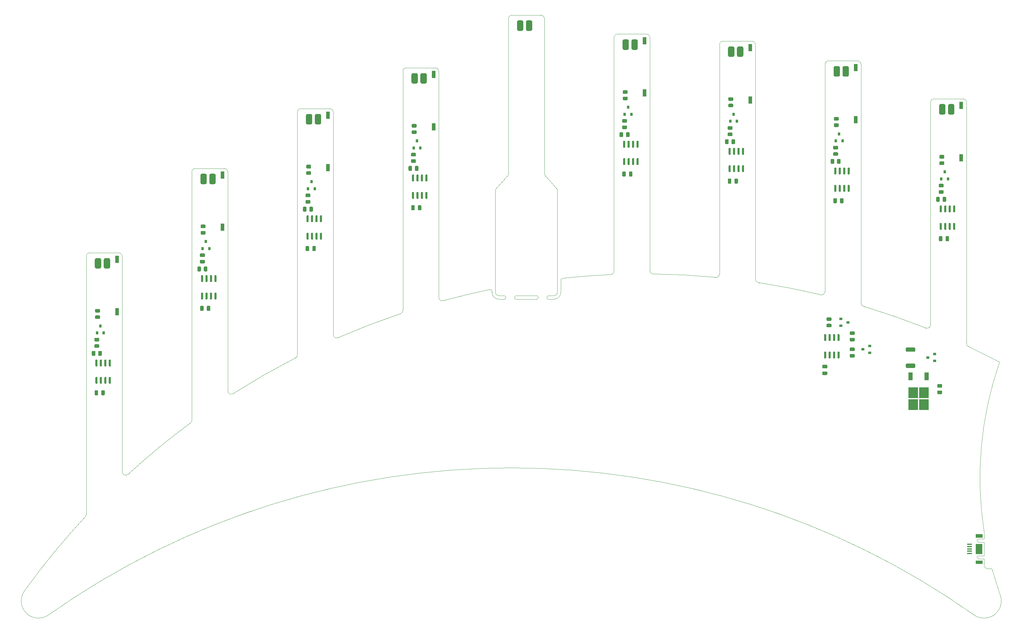
<source format=gbr>
%TF.GenerationSoftware,KiCad,Pcbnew,5.1.10-88a1d61d58~90~ubuntu20.04.1*%
%TF.CreationDate,2021-11-19T20:23:52-08:00*%
%TF.ProjectId,menorah555a,6d656e6f-7261-4683-9535-35612e6b6963,A*%
%TF.SameCoordinates,Original*%
%TF.FileFunction,Paste,Top*%
%TF.FilePolarity,Positive*%
%FSLAX46Y46*%
G04 Gerber Fmt 4.6, Leading zero omitted, Abs format (unit mm)*
G04 Created by KiCad (PCBNEW 5.1.10-88a1d61d58~90~ubuntu20.04.1) date 2021-11-19 20:23:52*
%MOMM*%
%LPD*%
G01*
G04 APERTURE LIST*
%TA.AperFunction,Profile*%
%ADD10C,0.050000*%
%TD*%
%ADD11C,0.010000*%
%ADD12R,2.750000X3.050000*%
%ADD13R,1.200000X2.200000*%
%ADD14R,0.800000X0.900000*%
%ADD15R,1.140000X2.030000*%
%ADD16R,0.900000X0.800000*%
%ADD17R,1.350000X0.400000*%
%ADD18R,1.900000X2.900000*%
G04 APERTURE END LIST*
D10*
X197600000Y-133200000D02*
X203400000Y-133200000D01*
X197600000Y-134200000D02*
X203400000Y-134200000D01*
X192700000Y-134200000D02*
X194200000Y-134200000D01*
X206800000Y-134200000D02*
X208300000Y-134200000D01*
X192700000Y-133200000D02*
X194200000Y-133200000D01*
X197600000Y-134200000D02*
G75*
G02*
X197600000Y-133200000I0J500000D01*
G01*
X203400000Y-133200000D02*
G75*
G02*
X203400000Y-134200000I0J-500000D01*
G01*
X206800000Y-134200000D02*
G75*
G02*
X206800000Y-133200000I0J500000D01*
G01*
X194200000Y-133200000D02*
G75*
G02*
X194200000Y-134200000I0J-500000D01*
G01*
X330600000Y-208000000D02*
X330600000Y-209800000D01*
X330600000Y-203250000D02*
X330600000Y-207149000D01*
X329030000Y-203249000D02*
G75*
G02*
X329030000Y-202399000I0J425000D01*
G01*
X329030000Y-203249000D02*
X330600000Y-203249000D01*
X329030000Y-202399000D02*
X330600000Y-202399000D01*
X329030000Y-207999000D02*
G75*
G02*
X329030000Y-207149000I0J425000D01*
G01*
X329030000Y-207149000D02*
X330600000Y-207149000D01*
X329030000Y-207999000D02*
X330600000Y-207999000D01*
X334473216Y-151784307D02*
X334841394Y-151986459D01*
X326209269Y-147680505D02*
X326340000Y-147740000D01*
X334473217Y-151784307D02*
G75*
G03*
X326340000Y-147740000I-100603217J-192115693D01*
G01*
X313693401Y-142252243D02*
X313977382Y-142376308D01*
X296341181Y-136225926D02*
X296540000Y-136280000D01*
X313693401Y-142252243D02*
G75*
G03*
X296540000Y-136280000I-79823401J-201647757D01*
G01*
X283817199Y-132845881D02*
X284141181Y-132935926D01*
X266392088Y-129478148D02*
X266730000Y-129520000D01*
X283817199Y-132845881D02*
G75*
G03*
X266730000Y-129520000I-49947199J-211054119D01*
G01*
X253945960Y-127939407D02*
X254312844Y-127986195D01*
X236634899Y-127029391D02*
X236940000Y-127030000D01*
X253945960Y-127939408D02*
G75*
G03*
X236940000Y-127030000I-20075960J-215960592D01*
G01*
X224310641Y-127212249D02*
X224573648Y-127204808D01*
X211100000Y-128200000D02*
X210713176Y-128247596D01*
X224310641Y-127212249D02*
G75*
G03*
X211100000Y-128200000I9559359J-216687751D01*
G01*
X210713176Y-128247596D02*
G75*
G03*
X210300000Y-128740000I86824J-492404D01*
G01*
X189818328Y-131513618D02*
X190070590Y-131457037D01*
X190070590Y-131457037D02*
G75*
G02*
X190700000Y-131940000I129410J-482963D01*
G01*
X177300000Y-134500000D02*
X176925568Y-134605519D01*
X189818328Y-131513619D02*
G75*
G03*
X177300000Y-134500000I44051672J-212386381D01*
G01*
X147100000Y-145100000D02*
X147022618Y-145136308D01*
X164658819Y-138335926D02*
X164398003Y-138414929D01*
X164398003Y-138414928D02*
G75*
G03*
X147100000Y-145100000I69471997J-205485072D01*
G01*
X117400000Y-160900000D02*
X117229320Y-161007146D01*
X134929919Y-150858048D02*
X134801847Y-150922131D01*
X134801848Y-150922131D02*
G75*
G03*
X117400000Y-160900000I99088152J-192977869D01*
G01*
X104841866Y-169519312D02*
X104929919Y-169458048D01*
X75069131Y-196113145D02*
X74841689Y-196355905D01*
X87600000Y-183700000D02*
X87294658Y-183979340D01*
X313977382Y-142376308D02*
G75*
G03*
X315400000Y-141470000I422618J906308D01*
G01*
X284141181Y-132935926D02*
G75*
G03*
X285400000Y-131970000I258819J965926D01*
G01*
X254312844Y-127986195D02*
G75*
G03*
X255400000Y-126990000I87156J996195D01*
G01*
X224573648Y-127204808D02*
G75*
G03*
X225400000Y-126220000I-173648J984808D01*
G01*
X164658819Y-138335926D02*
G75*
G03*
X165400000Y-137370000I-258819J965926D01*
G01*
X134929919Y-150858048D02*
G75*
G03*
X135400000Y-150010000I-529919J848048D01*
G01*
X326209269Y-147680505D02*
G75*
G02*
X325600000Y-146760000I390731J920505D01*
G01*
X296341181Y-136225926D02*
G75*
G02*
X295600000Y-135260000I258819J965926D01*
G01*
X266392088Y-129478148D02*
G75*
G02*
X265600000Y-128500000I207912J978148D01*
G01*
X236634899Y-127029391D02*
G75*
G02*
X235600000Y-126030000I-34899J999391D01*
G01*
X176925568Y-134605519D02*
G75*
G02*
X175600000Y-133660000I-325568J945519D01*
G01*
X147022618Y-145136308D02*
G75*
G02*
X145600000Y-144230000I-422618J906308D01*
G01*
X117229320Y-161007146D02*
G75*
G02*
X115600000Y-160230000I-629320J777146D01*
G01*
X104929919Y-169458048D02*
G75*
G03*
X105400000Y-168610000I-529919J848048D01*
G01*
X87294658Y-183979340D02*
G75*
G02*
X85600000Y-183260000I-694658J719340D01*
G01*
X75069131Y-196113145D02*
G75*
G03*
X75400000Y-195370000I-669131J743145D01*
G01*
X74841689Y-196355905D02*
G75*
G03*
X57824000Y-217136000I158968311J-147544095D01*
G01*
X210300000Y-132200000D02*
X210300000Y-128740000D01*
X190700000Y-132200000D02*
X190700000Y-131940000D01*
X210300000Y-132200000D02*
G75*
G02*
X208300000Y-134200000I-2000000J0D01*
G01*
X192700000Y-134200000D02*
G75*
G02*
X190700000Y-132200000I0J2000000D01*
G01*
X209300000Y-132200000D02*
G75*
G02*
X208300000Y-133200000I-1000000J0D01*
G01*
X192700000Y-133200000D02*
G75*
G02*
X191700000Y-132200000I0J1000000D01*
G01*
X330600000Y-209800000D02*
G75*
G03*
X331600000Y-210800000I1000000J0D01*
G01*
X332889778Y-211022354D02*
X332963500Y-211270827D01*
X332889778Y-211022354D02*
G75*
G03*
X332600000Y-210800000I-289778J-77646D01*
G01*
X331600000Y-210800000D02*
X332600000Y-210800000D01*
X332963500Y-211270827D02*
G75*
G03*
X335030000Y-217906000I96036500J26270827D01*
G01*
X334963541Y-152291394D02*
X334868155Y-152553185D01*
X330600000Y-202399000D02*
X330600000Y-200200000D01*
X334963541Y-152291394D02*
G75*
G03*
X334841394Y-151986459I-213541J91394D01*
G01*
X327511852Y-223813089D02*
X327603497Y-223876946D01*
X64764915Y-223901327D02*
X64850309Y-223837228D01*
X64764915Y-223901326D02*
G75*
G02*
X57824000Y-217136000I-2964915J3901326D01*
G01*
X327603497Y-223876946D02*
G75*
G03*
X335030000Y-217906000I2996503J3876946D01*
G01*
X334868155Y-152553185D02*
G75*
G03*
X330600000Y-200200000I94131845J-32446815D01*
G01*
X104841866Y-169519312D02*
G75*
G03*
X87600000Y-183700000I128968134J-174380688D01*
G01*
X327511852Y-223813090D02*
G75*
G03*
X64850000Y-223840000I-131311852J-186186910D01*
G01*
X285400000Y-67400000D02*
G75*
G02*
X286400000Y-66400000I1000000J0D01*
G01*
X325600000Y-78200000D02*
X325600000Y-146760000D01*
X235600000Y-59800000D02*
X235600000Y-126030000D01*
X234600000Y-58800000D02*
G75*
G02*
X235600000Y-59800000I0J-1000000D01*
G01*
X226400000Y-58800000D02*
X234600000Y-58800000D01*
X225400000Y-59800000D02*
G75*
G02*
X226400000Y-58800000I1000000J0D01*
G01*
X225400000Y-126220000D02*
X225400000Y-59800000D01*
X286400000Y-66400000D02*
X294600000Y-66400000D01*
X315400000Y-78200000D02*
G75*
G02*
X316400000Y-77200000I1000000J0D01*
G01*
X315400000Y-141470000D02*
X315400000Y-78200000D01*
X264600000Y-60800000D02*
G75*
G02*
X265600000Y-61800000I0J-1000000D01*
G01*
X316400000Y-77200000D02*
X324600000Y-77200000D01*
X265600000Y-61800000D02*
X265600000Y-128500000D01*
X295600000Y-67400000D02*
X295600000Y-135260000D01*
X324600000Y-77200000D02*
G75*
G02*
X325600000Y-78200000I0J-1000000D01*
G01*
X255400000Y-126990000D02*
X255400000Y-61800000D01*
X285400000Y-131970000D02*
X285400000Y-67400000D01*
X256400000Y-60800000D02*
X264600000Y-60800000D01*
X294600000Y-66400000D02*
G75*
G02*
X295600000Y-67400000I0J-1000000D01*
G01*
X255400000Y-61800000D02*
G75*
G02*
X256400000Y-60800000I1000000J0D01*
G01*
X165400000Y-69400000D02*
G75*
G02*
X166400000Y-68400000I1000000J0D01*
G01*
X166400000Y-68400000D02*
X174600000Y-68400000D01*
X175600000Y-69400000D02*
X175600000Y-133660000D01*
X165400000Y-137370000D02*
X165400000Y-69400000D01*
X174600000Y-68400000D02*
G75*
G02*
X175600000Y-69400000I0J-1000000D01*
G01*
X145600000Y-81000000D02*
X145600000Y-144230000D01*
X144600000Y-80000000D02*
G75*
G02*
X145600000Y-81000000I0J-1000000D01*
G01*
X136400000Y-80000000D02*
X144600000Y-80000000D01*
X135400000Y-81000000D02*
G75*
G02*
X136400000Y-80000000I1000000J0D01*
G01*
X135400000Y-150010000D02*
X135400000Y-81000000D01*
X115600000Y-98000000D02*
X115600000Y-160230000D01*
X114600000Y-97000000D02*
G75*
G02*
X115600000Y-98000000I0J-1000000D01*
G01*
X106400000Y-97000000D02*
X114600000Y-97000000D01*
X105400000Y-98000000D02*
G75*
G02*
X106400000Y-97000000I1000000J0D01*
G01*
X105400000Y-168610000D02*
X105400000Y-98000000D01*
X205600000Y-98800000D02*
X209300000Y-103000000D01*
X205600000Y-54400000D02*
X205600000Y-98800000D01*
X195400000Y-98800000D02*
X191700000Y-103000000D01*
X195400000Y-54400000D02*
X195400000Y-98800000D01*
X204600000Y-53400000D02*
G75*
G02*
X205600000Y-54400000I0J-1000000D01*
G01*
X196400000Y-53400000D02*
X204600000Y-53400000D01*
X195400000Y-54400000D02*
G75*
G02*
X196400000Y-53400000I1000000J0D01*
G01*
X209300000Y-103000000D02*
X209300000Y-132200000D01*
X206800000Y-133200000D02*
X208300000Y-133200000D01*
X191700000Y-103000000D02*
X191700000Y-132200000D01*
X84600000Y-121000000D02*
G75*
G02*
X85600000Y-122000000I0J-1000000D01*
G01*
X75400000Y-122000000D02*
G75*
G02*
X76400000Y-121000000I1000000J0D01*
G01*
X75400000Y-195370000D02*
X75400000Y-122000000D01*
X85600000Y-122000000D02*
X85600000Y-183260000D01*
X76400000Y-121000000D02*
X84600000Y-121000000D01*
D11*
%TO.C,J1*%
G36*
X328200000Y-201893690D02*
G01*
X328200000Y-201025000D01*
X330101816Y-201025000D01*
X330101816Y-201893690D01*
X328200000Y-201893690D01*
G37*
X328200000Y-201893690D02*
X328200000Y-201025000D01*
X330101816Y-201025000D01*
X330101816Y-201893690D01*
X328200000Y-201893690D01*
G36*
X328200000Y-209377570D02*
G01*
X328200000Y-208500000D01*
X330100585Y-208500000D01*
X330100585Y-209377570D01*
X328200000Y-209377570D01*
G37*
X328200000Y-209377570D02*
X328200000Y-208500000D01*
X330100585Y-208500000D01*
X330100585Y-209377570D01*
X328200000Y-209377570D01*
%TD*%
D12*
%TO.C,Q10*%
X310455000Y-160785000D03*
X313505000Y-164135000D03*
X313505000Y-160785000D03*
X310455000Y-164135000D03*
D13*
X309700000Y-156160000D03*
X314260000Y-156160000D03*
%TD*%
%TO.C,R26*%
G36*
G01*
X292669998Y-145170000D02*
X293570002Y-145170000D01*
G75*
G02*
X293820000Y-145419998I0J-249998D01*
G01*
X293820000Y-145945002D01*
G75*
G02*
X293570002Y-146195000I-249998J0D01*
G01*
X292669998Y-146195000D01*
G75*
G02*
X292420000Y-145945002I0J249998D01*
G01*
X292420000Y-145419998D01*
G75*
G02*
X292669998Y-145170000I249998J0D01*
G01*
G37*
G36*
G01*
X292669998Y-143345000D02*
X293570002Y-143345000D01*
G75*
G02*
X293820000Y-143594998I0J-249998D01*
G01*
X293820000Y-144120002D01*
G75*
G02*
X293570002Y-144370000I-249998J0D01*
G01*
X292669998Y-144370000D01*
G75*
G02*
X292420000Y-144120002I0J249998D01*
G01*
X292420000Y-143594998D01*
G75*
G02*
X292669998Y-143345000I249998J0D01*
G01*
G37*
%TD*%
%TO.C,LED6*%
G36*
G01*
X232170000Y-60750000D02*
X232170000Y-62850000D01*
G75*
G02*
X231720000Y-63300000I-450000J0D01*
G01*
X230820000Y-63300000D01*
G75*
G02*
X230370000Y-62850000I0J450000D01*
G01*
X230370000Y-60750000D01*
G75*
G02*
X230820000Y-60300000I450000J0D01*
G01*
X231720000Y-60300000D01*
G75*
G02*
X232170000Y-60750000I0J-450000D01*
G01*
G37*
G36*
G01*
X229630000Y-60750000D02*
X229630000Y-62850000D01*
G75*
G02*
X229180000Y-63300000I-450000J0D01*
G01*
X228280000Y-63300000D01*
G75*
G02*
X227830000Y-62850000I0J450000D01*
G01*
X227830000Y-60750000D01*
G75*
G02*
X228280000Y-60300000I450000J0D01*
G01*
X229180000Y-60300000D01*
G75*
G02*
X229630000Y-60750000I0J-450000D01*
G01*
G37*
%TD*%
%TO.C,C6*%
G36*
G01*
X259650000Y-101075000D02*
X259650000Y-100125000D01*
G75*
G02*
X259900000Y-99875000I250000J0D01*
G01*
X260400000Y-99875000D01*
G75*
G02*
X260650000Y-100125000I0J-250000D01*
G01*
X260650000Y-101075000D01*
G75*
G02*
X260400000Y-101325000I-250000J0D01*
G01*
X259900000Y-101325000D01*
G75*
G02*
X259650000Y-101075000I0J250000D01*
G01*
G37*
G36*
G01*
X257750000Y-101075000D02*
X257750000Y-100125000D01*
G75*
G02*
X258000000Y-99875000I250000J0D01*
G01*
X258500000Y-99875000D01*
G75*
G02*
X258750000Y-100125000I0J-250000D01*
G01*
X258750000Y-101075000D01*
G75*
G02*
X258500000Y-101325000I-250000J0D01*
G01*
X258000000Y-101325000D01*
G75*
G02*
X257750000Y-101075000I0J250000D01*
G01*
G37*
%TD*%
%TO.C,R5*%
G36*
G01*
X228149998Y-74775000D02*
X229050002Y-74775000D01*
G75*
G02*
X229300000Y-75024998I0J-249998D01*
G01*
X229300000Y-75550002D01*
G75*
G02*
X229050002Y-75800000I-249998J0D01*
G01*
X228149998Y-75800000D01*
G75*
G02*
X227900000Y-75550002I0J249998D01*
G01*
X227900000Y-75024998D01*
G75*
G02*
X228149998Y-74775000I249998J0D01*
G01*
G37*
G36*
G01*
X228149998Y-76600000D02*
X229050002Y-76600000D01*
G75*
G02*
X229300000Y-76849998I0J-249998D01*
G01*
X229300000Y-77375002D01*
G75*
G02*
X229050002Y-77625000I-249998J0D01*
G01*
X228149998Y-77625000D01*
G75*
G02*
X227900000Y-77375002I0J249998D01*
G01*
X227900000Y-76849998D01*
G75*
G02*
X228149998Y-76600000I249998J0D01*
G01*
G37*
%TD*%
D14*
%TO.C,Q8*%
X318450000Y-100000000D03*
X320350000Y-100000000D03*
X319400000Y-98000000D03*
%TD*%
%TO.C,R8*%
G36*
G01*
X318149998Y-93175000D02*
X319050002Y-93175000D01*
G75*
G02*
X319300000Y-93424998I0J-249998D01*
G01*
X319300000Y-93950002D01*
G75*
G02*
X319050002Y-94200000I-249998J0D01*
G01*
X318149998Y-94200000D01*
G75*
G02*
X317900000Y-93950002I0J249998D01*
G01*
X317900000Y-93424998D01*
G75*
G02*
X318149998Y-93175000I249998J0D01*
G01*
G37*
G36*
G01*
X318149998Y-95000000D02*
X319050002Y-95000000D01*
G75*
G02*
X319300000Y-95249998I0J-249998D01*
G01*
X319300000Y-95775002D01*
G75*
G02*
X319050002Y-96025000I-249998J0D01*
G01*
X318149998Y-96025000D01*
G75*
G02*
X317900000Y-95775002I0J249998D01*
G01*
X317900000Y-95249998D01*
G75*
G02*
X318149998Y-95000000I249998J0D01*
G01*
G37*
%TD*%
D15*
%TO.C,SW8*%
X324100000Y-93955000D03*
X324100000Y-79095000D03*
%TD*%
%TO.C,R6*%
G36*
G01*
X258149998Y-78600000D02*
X259050002Y-78600000D01*
G75*
G02*
X259300000Y-78849998I0J-249998D01*
G01*
X259300000Y-79375002D01*
G75*
G02*
X259050002Y-79625000I-249998J0D01*
G01*
X258149998Y-79625000D01*
G75*
G02*
X257900000Y-79375002I0J249998D01*
G01*
X257900000Y-78849998D01*
G75*
G02*
X258149998Y-78600000I249998J0D01*
G01*
G37*
G36*
G01*
X258149998Y-76775000D02*
X259050002Y-76775000D01*
G75*
G02*
X259300000Y-77024998I0J-249998D01*
G01*
X259300000Y-77550002D01*
G75*
G02*
X259050002Y-77800000I-249998J0D01*
G01*
X258149998Y-77800000D01*
G75*
G02*
X257900000Y-77550002I0J249998D01*
G01*
X257900000Y-77024998D01*
G75*
G02*
X258149998Y-76775000I249998J0D01*
G01*
G37*
%TD*%
%TO.C,R15*%
G36*
G01*
X288850002Y-91600000D02*
X287949998Y-91600000D01*
G75*
G02*
X287700000Y-91350002I0J249998D01*
G01*
X287700000Y-90824998D01*
G75*
G02*
X287949998Y-90575000I249998J0D01*
G01*
X288850002Y-90575000D01*
G75*
G02*
X289100000Y-90824998I0J-249998D01*
G01*
X289100000Y-91350002D01*
G75*
G02*
X288850002Y-91600000I-249998J0D01*
G01*
G37*
G36*
G01*
X288850002Y-93425000D02*
X287949998Y-93425000D01*
G75*
G02*
X287700000Y-93175002I0J249998D01*
G01*
X287700000Y-92649998D01*
G75*
G02*
X287949998Y-92400000I249998J0D01*
G01*
X288850002Y-92400000D01*
G75*
G02*
X289100000Y-92649998I0J-249998D01*
G01*
X289100000Y-93175002D01*
G75*
G02*
X288850002Y-93425000I-249998J0D01*
G01*
G37*
%TD*%
%TO.C,LED9*%
G36*
G01*
X322170000Y-79150000D02*
X322170000Y-81250000D01*
G75*
G02*
X321720000Y-81700000I-450000J0D01*
G01*
X320820000Y-81700000D01*
G75*
G02*
X320370000Y-81250000I0J450000D01*
G01*
X320370000Y-79150000D01*
G75*
G02*
X320820000Y-78700000I450000J0D01*
G01*
X321720000Y-78700000D01*
G75*
G02*
X322170000Y-79150000I0J-450000D01*
G01*
G37*
G36*
G01*
X319630000Y-79150000D02*
X319630000Y-81250000D01*
G75*
G02*
X319180000Y-81700000I-450000J0D01*
G01*
X318280000Y-81700000D01*
G75*
G02*
X317830000Y-81250000I0J450000D01*
G01*
X317830000Y-79150000D01*
G75*
G02*
X318280000Y-78700000I450000J0D01*
G01*
X319180000Y-78700000D01*
G75*
G02*
X319630000Y-79150000I0J-450000D01*
G01*
G37*
%TD*%
%TO.C,U8*%
G36*
G01*
X321955000Y-107550000D02*
X322255000Y-107550000D01*
G75*
G02*
X322405000Y-107700000I0J-150000D01*
G01*
X322405000Y-109350000D01*
G75*
G02*
X322255000Y-109500000I-150000J0D01*
G01*
X321955000Y-109500000D01*
G75*
G02*
X321805000Y-109350000I0J150000D01*
G01*
X321805000Y-107700000D01*
G75*
G02*
X321955000Y-107550000I150000J0D01*
G01*
G37*
G36*
G01*
X320685000Y-107550000D02*
X320985000Y-107550000D01*
G75*
G02*
X321135000Y-107700000I0J-150000D01*
G01*
X321135000Y-109350000D01*
G75*
G02*
X320985000Y-109500000I-150000J0D01*
G01*
X320685000Y-109500000D01*
G75*
G02*
X320535000Y-109350000I0J150000D01*
G01*
X320535000Y-107700000D01*
G75*
G02*
X320685000Y-107550000I150000J0D01*
G01*
G37*
G36*
G01*
X319415000Y-107550000D02*
X319715000Y-107550000D01*
G75*
G02*
X319865000Y-107700000I0J-150000D01*
G01*
X319865000Y-109350000D01*
G75*
G02*
X319715000Y-109500000I-150000J0D01*
G01*
X319415000Y-109500000D01*
G75*
G02*
X319265000Y-109350000I0J150000D01*
G01*
X319265000Y-107700000D01*
G75*
G02*
X319415000Y-107550000I150000J0D01*
G01*
G37*
G36*
G01*
X318145000Y-107550000D02*
X318445000Y-107550000D01*
G75*
G02*
X318595000Y-107700000I0J-150000D01*
G01*
X318595000Y-109350000D01*
G75*
G02*
X318445000Y-109500000I-150000J0D01*
G01*
X318145000Y-109500000D01*
G75*
G02*
X317995000Y-109350000I0J150000D01*
G01*
X317995000Y-107700000D01*
G75*
G02*
X318145000Y-107550000I150000J0D01*
G01*
G37*
G36*
G01*
X318145000Y-112500000D02*
X318445000Y-112500000D01*
G75*
G02*
X318595000Y-112650000I0J-150000D01*
G01*
X318595000Y-114300000D01*
G75*
G02*
X318445000Y-114450000I-150000J0D01*
G01*
X318145000Y-114450000D01*
G75*
G02*
X317995000Y-114300000I0J150000D01*
G01*
X317995000Y-112650000D01*
G75*
G02*
X318145000Y-112500000I150000J0D01*
G01*
G37*
G36*
G01*
X319415000Y-112500000D02*
X319715000Y-112500000D01*
G75*
G02*
X319865000Y-112650000I0J-150000D01*
G01*
X319865000Y-114300000D01*
G75*
G02*
X319715000Y-114450000I-150000J0D01*
G01*
X319415000Y-114450000D01*
G75*
G02*
X319265000Y-114300000I0J150000D01*
G01*
X319265000Y-112650000D01*
G75*
G02*
X319415000Y-112500000I150000J0D01*
G01*
G37*
G36*
G01*
X320685000Y-112500000D02*
X320985000Y-112500000D01*
G75*
G02*
X321135000Y-112650000I0J-150000D01*
G01*
X321135000Y-114300000D01*
G75*
G02*
X320985000Y-114450000I-150000J0D01*
G01*
X320685000Y-114450000D01*
G75*
G02*
X320535000Y-114300000I0J150000D01*
G01*
X320535000Y-112650000D01*
G75*
G02*
X320685000Y-112500000I150000J0D01*
G01*
G37*
G36*
G01*
X321955000Y-112500000D02*
X322255000Y-112500000D01*
G75*
G02*
X322405000Y-112650000I0J-150000D01*
G01*
X322405000Y-114300000D01*
G75*
G02*
X322255000Y-114450000I-150000J0D01*
G01*
X321955000Y-114450000D01*
G75*
G02*
X321805000Y-114300000I0J150000D01*
G01*
X321805000Y-112650000D01*
G75*
G02*
X321955000Y-112500000I150000J0D01*
G01*
G37*
%TD*%
%TO.C,SW7*%
X294100000Y-68295000D03*
X294100000Y-83155000D03*
%TD*%
%TO.C,U7*%
G36*
G01*
X291955000Y-101700000D02*
X292255000Y-101700000D01*
G75*
G02*
X292405000Y-101850000I0J-150000D01*
G01*
X292405000Y-103500000D01*
G75*
G02*
X292255000Y-103650000I-150000J0D01*
G01*
X291955000Y-103650000D01*
G75*
G02*
X291805000Y-103500000I0J150000D01*
G01*
X291805000Y-101850000D01*
G75*
G02*
X291955000Y-101700000I150000J0D01*
G01*
G37*
G36*
G01*
X290685000Y-101700000D02*
X290985000Y-101700000D01*
G75*
G02*
X291135000Y-101850000I0J-150000D01*
G01*
X291135000Y-103500000D01*
G75*
G02*
X290985000Y-103650000I-150000J0D01*
G01*
X290685000Y-103650000D01*
G75*
G02*
X290535000Y-103500000I0J150000D01*
G01*
X290535000Y-101850000D01*
G75*
G02*
X290685000Y-101700000I150000J0D01*
G01*
G37*
G36*
G01*
X289415000Y-101700000D02*
X289715000Y-101700000D01*
G75*
G02*
X289865000Y-101850000I0J-150000D01*
G01*
X289865000Y-103500000D01*
G75*
G02*
X289715000Y-103650000I-150000J0D01*
G01*
X289415000Y-103650000D01*
G75*
G02*
X289265000Y-103500000I0J150000D01*
G01*
X289265000Y-101850000D01*
G75*
G02*
X289415000Y-101700000I150000J0D01*
G01*
G37*
G36*
G01*
X288145000Y-101700000D02*
X288445000Y-101700000D01*
G75*
G02*
X288595000Y-101850000I0J-150000D01*
G01*
X288595000Y-103500000D01*
G75*
G02*
X288445000Y-103650000I-150000J0D01*
G01*
X288145000Y-103650000D01*
G75*
G02*
X287995000Y-103500000I0J150000D01*
G01*
X287995000Y-101850000D01*
G75*
G02*
X288145000Y-101700000I150000J0D01*
G01*
G37*
G36*
G01*
X288145000Y-96750000D02*
X288445000Y-96750000D01*
G75*
G02*
X288595000Y-96900000I0J-150000D01*
G01*
X288595000Y-98550000D01*
G75*
G02*
X288445000Y-98700000I-150000J0D01*
G01*
X288145000Y-98700000D01*
G75*
G02*
X287995000Y-98550000I0J150000D01*
G01*
X287995000Y-96900000D01*
G75*
G02*
X288145000Y-96750000I150000J0D01*
G01*
G37*
G36*
G01*
X289415000Y-96750000D02*
X289715000Y-96750000D01*
G75*
G02*
X289865000Y-96900000I0J-150000D01*
G01*
X289865000Y-98550000D01*
G75*
G02*
X289715000Y-98700000I-150000J0D01*
G01*
X289415000Y-98700000D01*
G75*
G02*
X289265000Y-98550000I0J150000D01*
G01*
X289265000Y-96900000D01*
G75*
G02*
X289415000Y-96750000I150000J0D01*
G01*
G37*
G36*
G01*
X290685000Y-96750000D02*
X290985000Y-96750000D01*
G75*
G02*
X291135000Y-96900000I0J-150000D01*
G01*
X291135000Y-98550000D01*
G75*
G02*
X290985000Y-98700000I-150000J0D01*
G01*
X290685000Y-98700000D01*
G75*
G02*
X290535000Y-98550000I0J150000D01*
G01*
X290535000Y-96900000D01*
G75*
G02*
X290685000Y-96750000I150000J0D01*
G01*
G37*
G36*
G01*
X291955000Y-96750000D02*
X292255000Y-96750000D01*
G75*
G02*
X292405000Y-96900000I0J-150000D01*
G01*
X292405000Y-98550000D01*
G75*
G02*
X292255000Y-98700000I-150000J0D01*
G01*
X291955000Y-98700000D01*
G75*
G02*
X291805000Y-98550000I0J150000D01*
G01*
X291805000Y-96900000D01*
G75*
G02*
X291955000Y-96750000I150000J0D01*
G01*
G37*
%TD*%
%TO.C,R21*%
G36*
G01*
X229825000Y-86949998D02*
X229825000Y-87850002D01*
G75*
G02*
X229575002Y-88100000I-249998J0D01*
G01*
X229049998Y-88100000D01*
G75*
G02*
X228800000Y-87850002I0J249998D01*
G01*
X228800000Y-86949998D01*
G75*
G02*
X229049998Y-86700000I249998J0D01*
G01*
X229575002Y-86700000D01*
G75*
G02*
X229825000Y-86949998I0J-249998D01*
G01*
G37*
G36*
G01*
X228000000Y-86949998D02*
X228000000Y-87850002D01*
G75*
G02*
X227750002Y-88100000I-249998J0D01*
G01*
X227224998Y-88100000D01*
G75*
G02*
X226975000Y-87850002I0J249998D01*
G01*
X226975000Y-86949998D01*
G75*
G02*
X227224998Y-86700000I249998J0D01*
G01*
X227750002Y-86700000D01*
G75*
G02*
X228000000Y-86949998I0J-249998D01*
G01*
G37*
%TD*%
%TO.C,C5*%
G36*
G01*
X227750000Y-99075000D02*
X227750000Y-98125000D01*
G75*
G02*
X228000000Y-97875000I250000J0D01*
G01*
X228500000Y-97875000D01*
G75*
G02*
X228750000Y-98125000I0J-250000D01*
G01*
X228750000Y-99075000D01*
G75*
G02*
X228500000Y-99325000I-250000J0D01*
G01*
X228000000Y-99325000D01*
G75*
G02*
X227750000Y-99075000I0J250000D01*
G01*
G37*
G36*
G01*
X229650000Y-99075000D02*
X229650000Y-98125000D01*
G75*
G02*
X229900000Y-97875000I250000J0D01*
G01*
X230400000Y-97875000D01*
G75*
G02*
X230650000Y-98125000I0J-250000D01*
G01*
X230650000Y-99075000D01*
G75*
G02*
X230400000Y-99325000I-250000J0D01*
G01*
X229900000Y-99325000D01*
G75*
G02*
X229650000Y-99075000I0J250000D01*
G01*
G37*
%TD*%
D14*
%TO.C,Q6*%
X259400000Y-81600000D03*
X260350000Y-83600000D03*
X258450000Y-83600000D03*
%TD*%
%TO.C,C8*%
G36*
G01*
X317750000Y-117475000D02*
X317750000Y-116525000D01*
G75*
G02*
X318000000Y-116275000I250000J0D01*
G01*
X318500000Y-116275000D01*
G75*
G02*
X318750000Y-116525000I0J-250000D01*
G01*
X318750000Y-117475000D01*
G75*
G02*
X318500000Y-117725000I-250000J0D01*
G01*
X318000000Y-117725000D01*
G75*
G02*
X317750000Y-117475000I0J250000D01*
G01*
G37*
G36*
G01*
X319650000Y-117475000D02*
X319650000Y-116525000D01*
G75*
G02*
X319900000Y-116275000I250000J0D01*
G01*
X320400000Y-116275000D01*
G75*
G02*
X320650000Y-116525000I0J-250000D01*
G01*
X320650000Y-117475000D01*
G75*
G02*
X320400000Y-117725000I-250000J0D01*
G01*
X319900000Y-117725000D01*
G75*
G02*
X319650000Y-117475000I0J250000D01*
G01*
G37*
%TD*%
%TO.C,LED7*%
G36*
G01*
X259630000Y-62750000D02*
X259630000Y-64850000D01*
G75*
G02*
X259180000Y-65300000I-450000J0D01*
G01*
X258280000Y-65300000D01*
G75*
G02*
X257830000Y-64850000I0J450000D01*
G01*
X257830000Y-62750000D01*
G75*
G02*
X258280000Y-62300000I450000J0D01*
G01*
X259180000Y-62300000D01*
G75*
G02*
X259630000Y-62750000I0J-450000D01*
G01*
G37*
G36*
G01*
X262170000Y-62750000D02*
X262170000Y-64850000D01*
G75*
G02*
X261720000Y-65300000I-450000J0D01*
G01*
X260820000Y-65300000D01*
G75*
G02*
X260370000Y-64850000I0J450000D01*
G01*
X260370000Y-62750000D01*
G75*
G02*
X260820000Y-62300000I450000J0D01*
G01*
X261720000Y-62300000D01*
G75*
G02*
X262170000Y-62750000I0J-450000D01*
G01*
G37*
%TD*%
%TO.C,R14*%
G36*
G01*
X258850002Y-86000000D02*
X257949998Y-86000000D01*
G75*
G02*
X257700000Y-85750002I0J249998D01*
G01*
X257700000Y-85224998D01*
G75*
G02*
X257949998Y-84975000I249998J0D01*
G01*
X258850002Y-84975000D01*
G75*
G02*
X259100000Y-85224998I0J-249998D01*
G01*
X259100000Y-85750002D01*
G75*
G02*
X258850002Y-86000000I-249998J0D01*
G01*
G37*
G36*
G01*
X258850002Y-87825000D02*
X257949998Y-87825000D01*
G75*
G02*
X257700000Y-87575002I0J249998D01*
G01*
X257700000Y-87049998D01*
G75*
G02*
X257949998Y-86800000I249998J0D01*
G01*
X258850002Y-86800000D01*
G75*
G02*
X259100000Y-87049998I0J-249998D01*
G01*
X259100000Y-87575002D01*
G75*
G02*
X258850002Y-87825000I-249998J0D01*
G01*
G37*
%TD*%
D15*
%TO.C,SW6*%
X264100000Y-62695000D03*
X264100000Y-77555000D03*
%TD*%
%TO.C,LED8*%
G36*
G01*
X289630000Y-68350000D02*
X289630000Y-70450000D01*
G75*
G02*
X289180000Y-70900000I-450000J0D01*
G01*
X288280000Y-70900000D01*
G75*
G02*
X287830000Y-70450000I0J450000D01*
G01*
X287830000Y-68350000D01*
G75*
G02*
X288280000Y-67900000I450000J0D01*
G01*
X289180000Y-67900000D01*
G75*
G02*
X289630000Y-68350000I0J-450000D01*
G01*
G37*
G36*
G01*
X292170000Y-68350000D02*
X292170000Y-70450000D01*
G75*
G02*
X291720000Y-70900000I-450000J0D01*
G01*
X290820000Y-70900000D01*
G75*
G02*
X290370000Y-70450000I0J450000D01*
G01*
X290370000Y-68350000D01*
G75*
G02*
X290820000Y-67900000I450000J0D01*
G01*
X291720000Y-67900000D01*
G75*
G02*
X292170000Y-68350000I0J-450000D01*
G01*
G37*
%TD*%
%TO.C,U5*%
G36*
G01*
X231955000Y-89150000D02*
X232255000Y-89150000D01*
G75*
G02*
X232405000Y-89300000I0J-150000D01*
G01*
X232405000Y-90950000D01*
G75*
G02*
X232255000Y-91100000I-150000J0D01*
G01*
X231955000Y-91100000D01*
G75*
G02*
X231805000Y-90950000I0J150000D01*
G01*
X231805000Y-89300000D01*
G75*
G02*
X231955000Y-89150000I150000J0D01*
G01*
G37*
G36*
G01*
X230685000Y-89150000D02*
X230985000Y-89150000D01*
G75*
G02*
X231135000Y-89300000I0J-150000D01*
G01*
X231135000Y-90950000D01*
G75*
G02*
X230985000Y-91100000I-150000J0D01*
G01*
X230685000Y-91100000D01*
G75*
G02*
X230535000Y-90950000I0J150000D01*
G01*
X230535000Y-89300000D01*
G75*
G02*
X230685000Y-89150000I150000J0D01*
G01*
G37*
G36*
G01*
X229415000Y-89150000D02*
X229715000Y-89150000D01*
G75*
G02*
X229865000Y-89300000I0J-150000D01*
G01*
X229865000Y-90950000D01*
G75*
G02*
X229715000Y-91100000I-150000J0D01*
G01*
X229415000Y-91100000D01*
G75*
G02*
X229265000Y-90950000I0J150000D01*
G01*
X229265000Y-89300000D01*
G75*
G02*
X229415000Y-89150000I150000J0D01*
G01*
G37*
G36*
G01*
X228145000Y-89150000D02*
X228445000Y-89150000D01*
G75*
G02*
X228595000Y-89300000I0J-150000D01*
G01*
X228595000Y-90950000D01*
G75*
G02*
X228445000Y-91100000I-150000J0D01*
G01*
X228145000Y-91100000D01*
G75*
G02*
X227995000Y-90950000I0J150000D01*
G01*
X227995000Y-89300000D01*
G75*
G02*
X228145000Y-89150000I150000J0D01*
G01*
G37*
G36*
G01*
X228145000Y-94100000D02*
X228445000Y-94100000D01*
G75*
G02*
X228595000Y-94250000I0J-150000D01*
G01*
X228595000Y-95900000D01*
G75*
G02*
X228445000Y-96050000I-150000J0D01*
G01*
X228145000Y-96050000D01*
G75*
G02*
X227995000Y-95900000I0J150000D01*
G01*
X227995000Y-94250000D01*
G75*
G02*
X228145000Y-94100000I150000J0D01*
G01*
G37*
G36*
G01*
X229415000Y-94100000D02*
X229715000Y-94100000D01*
G75*
G02*
X229865000Y-94250000I0J-150000D01*
G01*
X229865000Y-95900000D01*
G75*
G02*
X229715000Y-96050000I-150000J0D01*
G01*
X229415000Y-96050000D01*
G75*
G02*
X229265000Y-95900000I0J150000D01*
G01*
X229265000Y-94250000D01*
G75*
G02*
X229415000Y-94100000I150000J0D01*
G01*
G37*
G36*
G01*
X230685000Y-94100000D02*
X230985000Y-94100000D01*
G75*
G02*
X231135000Y-94250000I0J-150000D01*
G01*
X231135000Y-95900000D01*
G75*
G02*
X230985000Y-96050000I-150000J0D01*
G01*
X230685000Y-96050000D01*
G75*
G02*
X230535000Y-95900000I0J150000D01*
G01*
X230535000Y-94250000D01*
G75*
G02*
X230685000Y-94100000I150000J0D01*
G01*
G37*
G36*
G01*
X231955000Y-94100000D02*
X232255000Y-94100000D01*
G75*
G02*
X232405000Y-94250000I0J-150000D01*
G01*
X232405000Y-95900000D01*
G75*
G02*
X232255000Y-96050000I-150000J0D01*
G01*
X231955000Y-96050000D01*
G75*
G02*
X231805000Y-95900000I0J150000D01*
G01*
X231805000Y-94250000D01*
G75*
G02*
X231955000Y-94100000I150000J0D01*
G01*
G37*
%TD*%
D14*
%TO.C,Q5*%
X228450000Y-81600000D03*
X230350000Y-81600000D03*
X229400000Y-79600000D03*
%TD*%
%TO.C,R24*%
G36*
G01*
X319825000Y-105349998D02*
X319825000Y-106250002D01*
G75*
G02*
X319575002Y-106500000I-249998J0D01*
G01*
X319049998Y-106500000D01*
G75*
G02*
X318800000Y-106250002I0J249998D01*
G01*
X318800000Y-105349998D01*
G75*
G02*
X319049998Y-105100000I249998J0D01*
G01*
X319575002Y-105100000D01*
G75*
G02*
X319825000Y-105349998I0J-249998D01*
G01*
G37*
G36*
G01*
X318000000Y-105349998D02*
X318000000Y-106250002D01*
G75*
G02*
X317750002Y-106500000I-249998J0D01*
G01*
X317224998Y-106500000D01*
G75*
G02*
X316975000Y-106250002I0J249998D01*
G01*
X316975000Y-105349998D01*
G75*
G02*
X317224998Y-105100000I249998J0D01*
G01*
X317750002Y-105100000D01*
G75*
G02*
X318000000Y-105349998I0J-249998D01*
G01*
G37*
%TD*%
%TO.C,C7*%
G36*
G01*
X289650000Y-106675000D02*
X289650000Y-105725000D01*
G75*
G02*
X289900000Y-105475000I250000J0D01*
G01*
X290400000Y-105475000D01*
G75*
G02*
X290650000Y-105725000I0J-250000D01*
G01*
X290650000Y-106675000D01*
G75*
G02*
X290400000Y-106925000I-250000J0D01*
G01*
X289900000Y-106925000D01*
G75*
G02*
X289650000Y-106675000I0J250000D01*
G01*
G37*
G36*
G01*
X287750000Y-106675000D02*
X287750000Y-105725000D01*
G75*
G02*
X288000000Y-105475000I250000J0D01*
G01*
X288500000Y-105475000D01*
G75*
G02*
X288750000Y-105725000I0J-250000D01*
G01*
X288750000Y-106675000D01*
G75*
G02*
X288500000Y-106925000I-250000J0D01*
G01*
X288000000Y-106925000D01*
G75*
G02*
X287750000Y-106675000I0J250000D01*
G01*
G37*
%TD*%
%TO.C,U6*%
G36*
G01*
X261955000Y-96100000D02*
X262255000Y-96100000D01*
G75*
G02*
X262405000Y-96250000I0J-150000D01*
G01*
X262405000Y-97900000D01*
G75*
G02*
X262255000Y-98050000I-150000J0D01*
G01*
X261955000Y-98050000D01*
G75*
G02*
X261805000Y-97900000I0J150000D01*
G01*
X261805000Y-96250000D01*
G75*
G02*
X261955000Y-96100000I150000J0D01*
G01*
G37*
G36*
G01*
X260685000Y-96100000D02*
X260985000Y-96100000D01*
G75*
G02*
X261135000Y-96250000I0J-150000D01*
G01*
X261135000Y-97900000D01*
G75*
G02*
X260985000Y-98050000I-150000J0D01*
G01*
X260685000Y-98050000D01*
G75*
G02*
X260535000Y-97900000I0J150000D01*
G01*
X260535000Y-96250000D01*
G75*
G02*
X260685000Y-96100000I150000J0D01*
G01*
G37*
G36*
G01*
X259415000Y-96100000D02*
X259715000Y-96100000D01*
G75*
G02*
X259865000Y-96250000I0J-150000D01*
G01*
X259865000Y-97900000D01*
G75*
G02*
X259715000Y-98050000I-150000J0D01*
G01*
X259415000Y-98050000D01*
G75*
G02*
X259265000Y-97900000I0J150000D01*
G01*
X259265000Y-96250000D01*
G75*
G02*
X259415000Y-96100000I150000J0D01*
G01*
G37*
G36*
G01*
X258145000Y-96100000D02*
X258445000Y-96100000D01*
G75*
G02*
X258595000Y-96250000I0J-150000D01*
G01*
X258595000Y-97900000D01*
G75*
G02*
X258445000Y-98050000I-150000J0D01*
G01*
X258145000Y-98050000D01*
G75*
G02*
X257995000Y-97900000I0J150000D01*
G01*
X257995000Y-96250000D01*
G75*
G02*
X258145000Y-96100000I150000J0D01*
G01*
G37*
G36*
G01*
X258145000Y-91150000D02*
X258445000Y-91150000D01*
G75*
G02*
X258595000Y-91300000I0J-150000D01*
G01*
X258595000Y-92950000D01*
G75*
G02*
X258445000Y-93100000I-150000J0D01*
G01*
X258145000Y-93100000D01*
G75*
G02*
X257995000Y-92950000I0J150000D01*
G01*
X257995000Y-91300000D01*
G75*
G02*
X258145000Y-91150000I150000J0D01*
G01*
G37*
G36*
G01*
X259415000Y-91150000D02*
X259715000Y-91150000D01*
G75*
G02*
X259865000Y-91300000I0J-150000D01*
G01*
X259865000Y-92950000D01*
G75*
G02*
X259715000Y-93100000I-150000J0D01*
G01*
X259415000Y-93100000D01*
G75*
G02*
X259265000Y-92950000I0J150000D01*
G01*
X259265000Y-91300000D01*
G75*
G02*
X259415000Y-91150000I150000J0D01*
G01*
G37*
G36*
G01*
X260685000Y-91150000D02*
X260985000Y-91150000D01*
G75*
G02*
X261135000Y-91300000I0J-150000D01*
G01*
X261135000Y-92950000D01*
G75*
G02*
X260985000Y-93100000I-150000J0D01*
G01*
X260685000Y-93100000D01*
G75*
G02*
X260535000Y-92950000I0J150000D01*
G01*
X260535000Y-91300000D01*
G75*
G02*
X260685000Y-91150000I150000J0D01*
G01*
G37*
G36*
G01*
X261955000Y-91150000D02*
X262255000Y-91150000D01*
G75*
G02*
X262405000Y-91300000I0J-150000D01*
G01*
X262405000Y-92950000D01*
G75*
G02*
X262255000Y-93100000I-150000J0D01*
G01*
X261955000Y-93100000D01*
G75*
G02*
X261805000Y-92950000I0J150000D01*
G01*
X261805000Y-91300000D01*
G75*
G02*
X261955000Y-91150000I150000J0D01*
G01*
G37*
%TD*%
%TO.C,R13*%
G36*
G01*
X228850002Y-85825000D02*
X227949998Y-85825000D01*
G75*
G02*
X227700000Y-85575002I0J249998D01*
G01*
X227700000Y-85049998D01*
G75*
G02*
X227949998Y-84800000I249998J0D01*
G01*
X228850002Y-84800000D01*
G75*
G02*
X229100000Y-85049998I0J-249998D01*
G01*
X229100000Y-85575002D01*
G75*
G02*
X228850002Y-85825000I-249998J0D01*
G01*
G37*
G36*
G01*
X228850002Y-84000000D02*
X227949998Y-84000000D01*
G75*
G02*
X227700000Y-83750002I0J249998D01*
G01*
X227700000Y-83224998D01*
G75*
G02*
X227949998Y-82975000I249998J0D01*
G01*
X228850002Y-82975000D01*
G75*
G02*
X229100000Y-83224998I0J-249998D01*
G01*
X229100000Y-83750002D01*
G75*
G02*
X228850002Y-84000000I-249998J0D01*
G01*
G37*
%TD*%
%TO.C,R22*%
G36*
G01*
X258000000Y-88949998D02*
X258000000Y-89850002D01*
G75*
G02*
X257750002Y-90100000I-249998J0D01*
G01*
X257224998Y-90100000D01*
G75*
G02*
X256975000Y-89850002I0J249998D01*
G01*
X256975000Y-88949998D01*
G75*
G02*
X257224998Y-88700000I249998J0D01*
G01*
X257750002Y-88700000D01*
G75*
G02*
X258000000Y-88949998I0J-249998D01*
G01*
G37*
G36*
G01*
X259825000Y-88949998D02*
X259825000Y-89850002D01*
G75*
G02*
X259575002Y-90100000I-249998J0D01*
G01*
X259049998Y-90100000D01*
G75*
G02*
X258800000Y-89850002I0J249998D01*
G01*
X258800000Y-88949998D01*
G75*
G02*
X259049998Y-88700000I249998J0D01*
G01*
X259575002Y-88700000D01*
G75*
G02*
X259825000Y-88949998I0J-249998D01*
G01*
G37*
%TD*%
%TO.C,R23*%
G36*
G01*
X288000000Y-94549998D02*
X288000000Y-95450002D01*
G75*
G02*
X287750002Y-95700000I-249998J0D01*
G01*
X287224998Y-95700000D01*
G75*
G02*
X286975000Y-95450002I0J249998D01*
G01*
X286975000Y-94549998D01*
G75*
G02*
X287224998Y-94300000I249998J0D01*
G01*
X287750002Y-94300000D01*
G75*
G02*
X288000000Y-94549998I0J-249998D01*
G01*
G37*
G36*
G01*
X289825000Y-94549998D02*
X289825000Y-95450002D01*
G75*
G02*
X289575002Y-95700000I-249998J0D01*
G01*
X289049998Y-95700000D01*
G75*
G02*
X288800000Y-95450002I0J249998D01*
G01*
X288800000Y-94549998D01*
G75*
G02*
X289049998Y-94300000I249998J0D01*
G01*
X289575002Y-94300000D01*
G75*
G02*
X289825000Y-94549998I0J-249998D01*
G01*
G37*
%TD*%
%TO.C,Q7*%
X289400000Y-87200000D03*
X290350000Y-89200000D03*
X288450000Y-89200000D03*
%TD*%
%TO.C,R16*%
G36*
G01*
X318850002Y-104225000D02*
X317949998Y-104225000D01*
G75*
G02*
X317700000Y-103975002I0J249998D01*
G01*
X317700000Y-103449998D01*
G75*
G02*
X317949998Y-103200000I249998J0D01*
G01*
X318850002Y-103200000D01*
G75*
G02*
X319100000Y-103449998I0J-249998D01*
G01*
X319100000Y-103975002D01*
G75*
G02*
X318850002Y-104225000I-249998J0D01*
G01*
G37*
G36*
G01*
X318850002Y-102400000D02*
X317949998Y-102400000D01*
G75*
G02*
X317700000Y-102150002I0J249998D01*
G01*
X317700000Y-101624998D01*
G75*
G02*
X317949998Y-101375000I249998J0D01*
G01*
X318850002Y-101375000D01*
G75*
G02*
X319100000Y-101624998I0J-249998D01*
G01*
X319100000Y-102150002D01*
G75*
G02*
X318850002Y-102400000I-249998J0D01*
G01*
G37*
%TD*%
%TO.C,R7*%
G36*
G01*
X288149998Y-84200000D02*
X289050002Y-84200000D01*
G75*
G02*
X289300000Y-84449998I0J-249998D01*
G01*
X289300000Y-84975002D01*
G75*
G02*
X289050002Y-85225000I-249998J0D01*
G01*
X288149998Y-85225000D01*
G75*
G02*
X287900000Y-84975002I0J249998D01*
G01*
X287900000Y-84449998D01*
G75*
G02*
X288149998Y-84200000I249998J0D01*
G01*
G37*
G36*
G01*
X288149998Y-82375000D02*
X289050002Y-82375000D01*
G75*
G02*
X289300000Y-82624998I0J-249998D01*
G01*
X289300000Y-83150002D01*
G75*
G02*
X289050002Y-83400000I-249998J0D01*
G01*
X288149998Y-83400000D01*
G75*
G02*
X287900000Y-83150002I0J249998D01*
G01*
X287900000Y-82624998D01*
G75*
G02*
X288149998Y-82375000I249998J0D01*
G01*
G37*
%TD*%
D15*
%TO.C,SW5*%
X234100000Y-75555000D03*
X234100000Y-60695000D03*
%TD*%
%TO.C,R12*%
G36*
G01*
X168850002Y-93600000D02*
X167949998Y-93600000D01*
G75*
G02*
X167700000Y-93350002I0J249998D01*
G01*
X167700000Y-92824998D01*
G75*
G02*
X167949998Y-92575000I249998J0D01*
G01*
X168850002Y-92575000D01*
G75*
G02*
X169100000Y-92824998I0J-249998D01*
G01*
X169100000Y-93350002D01*
G75*
G02*
X168850002Y-93600000I-249998J0D01*
G01*
G37*
G36*
G01*
X168850002Y-95425000D02*
X167949998Y-95425000D01*
G75*
G02*
X167700000Y-95175002I0J249998D01*
G01*
X167700000Y-94649998D01*
G75*
G02*
X167949998Y-94400000I249998J0D01*
G01*
X168850002Y-94400000D01*
G75*
G02*
X169100000Y-94649998I0J-249998D01*
G01*
X169100000Y-95175002D01*
G75*
G02*
X168850002Y-95425000I-249998J0D01*
G01*
G37*
%TD*%
%TO.C,SW4*%
X174100000Y-70295000D03*
X174100000Y-85155000D03*
%TD*%
%TO.C,U4*%
G36*
G01*
X171955000Y-103700000D02*
X172255000Y-103700000D01*
G75*
G02*
X172405000Y-103850000I0J-150000D01*
G01*
X172405000Y-105500000D01*
G75*
G02*
X172255000Y-105650000I-150000J0D01*
G01*
X171955000Y-105650000D01*
G75*
G02*
X171805000Y-105500000I0J150000D01*
G01*
X171805000Y-103850000D01*
G75*
G02*
X171955000Y-103700000I150000J0D01*
G01*
G37*
G36*
G01*
X170685000Y-103700000D02*
X170985000Y-103700000D01*
G75*
G02*
X171135000Y-103850000I0J-150000D01*
G01*
X171135000Y-105500000D01*
G75*
G02*
X170985000Y-105650000I-150000J0D01*
G01*
X170685000Y-105650000D01*
G75*
G02*
X170535000Y-105500000I0J150000D01*
G01*
X170535000Y-103850000D01*
G75*
G02*
X170685000Y-103700000I150000J0D01*
G01*
G37*
G36*
G01*
X169415000Y-103700000D02*
X169715000Y-103700000D01*
G75*
G02*
X169865000Y-103850000I0J-150000D01*
G01*
X169865000Y-105500000D01*
G75*
G02*
X169715000Y-105650000I-150000J0D01*
G01*
X169415000Y-105650000D01*
G75*
G02*
X169265000Y-105500000I0J150000D01*
G01*
X169265000Y-103850000D01*
G75*
G02*
X169415000Y-103700000I150000J0D01*
G01*
G37*
G36*
G01*
X168145000Y-103700000D02*
X168445000Y-103700000D01*
G75*
G02*
X168595000Y-103850000I0J-150000D01*
G01*
X168595000Y-105500000D01*
G75*
G02*
X168445000Y-105650000I-150000J0D01*
G01*
X168145000Y-105650000D01*
G75*
G02*
X167995000Y-105500000I0J150000D01*
G01*
X167995000Y-103850000D01*
G75*
G02*
X168145000Y-103700000I150000J0D01*
G01*
G37*
G36*
G01*
X168145000Y-98750000D02*
X168445000Y-98750000D01*
G75*
G02*
X168595000Y-98900000I0J-150000D01*
G01*
X168595000Y-100550000D01*
G75*
G02*
X168445000Y-100700000I-150000J0D01*
G01*
X168145000Y-100700000D01*
G75*
G02*
X167995000Y-100550000I0J150000D01*
G01*
X167995000Y-98900000D01*
G75*
G02*
X168145000Y-98750000I150000J0D01*
G01*
G37*
G36*
G01*
X169415000Y-98750000D02*
X169715000Y-98750000D01*
G75*
G02*
X169865000Y-98900000I0J-150000D01*
G01*
X169865000Y-100550000D01*
G75*
G02*
X169715000Y-100700000I-150000J0D01*
G01*
X169415000Y-100700000D01*
G75*
G02*
X169265000Y-100550000I0J150000D01*
G01*
X169265000Y-98900000D01*
G75*
G02*
X169415000Y-98750000I150000J0D01*
G01*
G37*
G36*
G01*
X170685000Y-98750000D02*
X170985000Y-98750000D01*
G75*
G02*
X171135000Y-98900000I0J-150000D01*
G01*
X171135000Y-100550000D01*
G75*
G02*
X170985000Y-100700000I-150000J0D01*
G01*
X170685000Y-100700000D01*
G75*
G02*
X170535000Y-100550000I0J150000D01*
G01*
X170535000Y-98900000D01*
G75*
G02*
X170685000Y-98750000I150000J0D01*
G01*
G37*
G36*
G01*
X171955000Y-98750000D02*
X172255000Y-98750000D01*
G75*
G02*
X172405000Y-98900000I0J-150000D01*
G01*
X172405000Y-100550000D01*
G75*
G02*
X172255000Y-100700000I-150000J0D01*
G01*
X171955000Y-100700000D01*
G75*
G02*
X171805000Y-100550000I0J150000D01*
G01*
X171805000Y-98900000D01*
G75*
G02*
X171955000Y-98750000I150000J0D01*
G01*
G37*
%TD*%
%TO.C,LED5*%
G36*
G01*
X169630000Y-70350000D02*
X169630000Y-72450000D01*
G75*
G02*
X169180000Y-72900000I-450000J0D01*
G01*
X168280000Y-72900000D01*
G75*
G02*
X167830000Y-72450000I0J450000D01*
G01*
X167830000Y-70350000D01*
G75*
G02*
X168280000Y-69900000I450000J0D01*
G01*
X169180000Y-69900000D01*
G75*
G02*
X169630000Y-70350000I0J-450000D01*
G01*
G37*
G36*
G01*
X172170000Y-70350000D02*
X172170000Y-72450000D01*
G75*
G02*
X171720000Y-72900000I-450000J0D01*
G01*
X170820000Y-72900000D01*
G75*
G02*
X170370000Y-72450000I0J450000D01*
G01*
X170370000Y-70350000D01*
G75*
G02*
X170820000Y-69900000I450000J0D01*
G01*
X171720000Y-69900000D01*
G75*
G02*
X172170000Y-70350000I0J-450000D01*
G01*
G37*
%TD*%
%TO.C,C4*%
G36*
G01*
X169650000Y-108675000D02*
X169650000Y-107725000D01*
G75*
G02*
X169900000Y-107475000I250000J0D01*
G01*
X170400000Y-107475000D01*
G75*
G02*
X170650000Y-107725000I0J-250000D01*
G01*
X170650000Y-108675000D01*
G75*
G02*
X170400000Y-108925000I-250000J0D01*
G01*
X169900000Y-108925000D01*
G75*
G02*
X169650000Y-108675000I0J250000D01*
G01*
G37*
G36*
G01*
X167750000Y-108675000D02*
X167750000Y-107725000D01*
G75*
G02*
X168000000Y-107475000I250000J0D01*
G01*
X168500000Y-107475000D01*
G75*
G02*
X168750000Y-107725000I0J-250000D01*
G01*
X168750000Y-108675000D01*
G75*
G02*
X168500000Y-108925000I-250000J0D01*
G01*
X168000000Y-108925000D01*
G75*
G02*
X167750000Y-108675000I0J250000D01*
G01*
G37*
%TD*%
%TO.C,R20*%
G36*
G01*
X168000000Y-96549998D02*
X168000000Y-97450002D01*
G75*
G02*
X167750002Y-97700000I-249998J0D01*
G01*
X167224998Y-97700000D01*
G75*
G02*
X166975000Y-97450002I0J249998D01*
G01*
X166975000Y-96549998D01*
G75*
G02*
X167224998Y-96300000I249998J0D01*
G01*
X167750002Y-96300000D01*
G75*
G02*
X168000000Y-96549998I0J-249998D01*
G01*
G37*
G36*
G01*
X169825000Y-96549998D02*
X169825000Y-97450002D01*
G75*
G02*
X169575002Y-97700000I-249998J0D01*
G01*
X169049998Y-97700000D01*
G75*
G02*
X168800000Y-97450002I0J249998D01*
G01*
X168800000Y-96549998D01*
G75*
G02*
X169049998Y-96300000I249998J0D01*
G01*
X169575002Y-96300000D01*
G75*
G02*
X169825000Y-96549998I0J-249998D01*
G01*
G37*
%TD*%
D14*
%TO.C,Q4*%
X169400000Y-89200000D03*
X170350000Y-91200000D03*
X168450000Y-91200000D03*
%TD*%
%TO.C,R4*%
G36*
G01*
X168149998Y-86200000D02*
X169050002Y-86200000D01*
G75*
G02*
X169300000Y-86449998I0J-249998D01*
G01*
X169300000Y-86975002D01*
G75*
G02*
X169050002Y-87225000I-249998J0D01*
G01*
X168149998Y-87225000D01*
G75*
G02*
X167900000Y-86975002I0J249998D01*
G01*
X167900000Y-86449998D01*
G75*
G02*
X168149998Y-86200000I249998J0D01*
G01*
G37*
G36*
G01*
X168149998Y-84375000D02*
X169050002Y-84375000D01*
G75*
G02*
X169300000Y-84624998I0J-249998D01*
G01*
X169300000Y-85150002D01*
G75*
G02*
X169050002Y-85400000I-249998J0D01*
G01*
X168149998Y-85400000D01*
G75*
G02*
X167900000Y-85150002I0J249998D01*
G01*
X167900000Y-84624998D01*
G75*
G02*
X168149998Y-84375000I249998J0D01*
G01*
G37*
%TD*%
%TO.C,LED4*%
G36*
G01*
X142170000Y-81950000D02*
X142170000Y-84050000D01*
G75*
G02*
X141720000Y-84500000I-450000J0D01*
G01*
X140820000Y-84500000D01*
G75*
G02*
X140370000Y-84050000I0J450000D01*
G01*
X140370000Y-81950000D01*
G75*
G02*
X140820000Y-81500000I450000J0D01*
G01*
X141720000Y-81500000D01*
G75*
G02*
X142170000Y-81950000I0J-450000D01*
G01*
G37*
G36*
G01*
X139630000Y-81950000D02*
X139630000Y-84050000D01*
G75*
G02*
X139180000Y-84500000I-450000J0D01*
G01*
X138280000Y-84500000D01*
G75*
G02*
X137830000Y-84050000I0J450000D01*
G01*
X137830000Y-81950000D01*
G75*
G02*
X138280000Y-81500000I450000J0D01*
G01*
X139180000Y-81500000D01*
G75*
G02*
X139630000Y-81950000I0J-450000D01*
G01*
G37*
%TD*%
%TO.C,R3*%
G36*
G01*
X138149998Y-95975000D02*
X139050002Y-95975000D01*
G75*
G02*
X139300000Y-96224998I0J-249998D01*
G01*
X139300000Y-96750002D01*
G75*
G02*
X139050002Y-97000000I-249998J0D01*
G01*
X138149998Y-97000000D01*
G75*
G02*
X137900000Y-96750002I0J249998D01*
G01*
X137900000Y-96224998D01*
G75*
G02*
X138149998Y-95975000I249998J0D01*
G01*
G37*
G36*
G01*
X138149998Y-97800000D02*
X139050002Y-97800000D01*
G75*
G02*
X139300000Y-98049998I0J-249998D01*
G01*
X139300000Y-98575002D01*
G75*
G02*
X139050002Y-98825000I-249998J0D01*
G01*
X138149998Y-98825000D01*
G75*
G02*
X137900000Y-98575002I0J249998D01*
G01*
X137900000Y-98049998D01*
G75*
G02*
X138149998Y-97800000I249998J0D01*
G01*
G37*
%TD*%
%TO.C,R19*%
G36*
G01*
X139825000Y-108149998D02*
X139825000Y-109050002D01*
G75*
G02*
X139575002Y-109300000I-249998J0D01*
G01*
X139049998Y-109300000D01*
G75*
G02*
X138800000Y-109050002I0J249998D01*
G01*
X138800000Y-108149998D01*
G75*
G02*
X139049998Y-107900000I249998J0D01*
G01*
X139575002Y-107900000D01*
G75*
G02*
X139825000Y-108149998I0J-249998D01*
G01*
G37*
G36*
G01*
X138000000Y-108149998D02*
X138000000Y-109050002D01*
G75*
G02*
X137750002Y-109300000I-249998J0D01*
G01*
X137224998Y-109300000D01*
G75*
G02*
X136975000Y-109050002I0J249998D01*
G01*
X136975000Y-108149998D01*
G75*
G02*
X137224998Y-107900000I249998J0D01*
G01*
X137750002Y-107900000D01*
G75*
G02*
X138000000Y-108149998I0J-249998D01*
G01*
G37*
%TD*%
%TO.C,C3*%
G36*
G01*
X137750000Y-120275000D02*
X137750000Y-119325000D01*
G75*
G02*
X138000000Y-119075000I250000J0D01*
G01*
X138500000Y-119075000D01*
G75*
G02*
X138750000Y-119325000I0J-250000D01*
G01*
X138750000Y-120275000D01*
G75*
G02*
X138500000Y-120525000I-250000J0D01*
G01*
X138000000Y-120525000D01*
G75*
G02*
X137750000Y-120275000I0J250000D01*
G01*
G37*
G36*
G01*
X139650000Y-120275000D02*
X139650000Y-119325000D01*
G75*
G02*
X139900000Y-119075000I250000J0D01*
G01*
X140400000Y-119075000D01*
G75*
G02*
X140650000Y-119325000I0J-250000D01*
G01*
X140650000Y-120275000D01*
G75*
G02*
X140400000Y-120525000I-250000J0D01*
G01*
X139900000Y-120525000D01*
G75*
G02*
X139650000Y-120275000I0J250000D01*
G01*
G37*
%TD*%
%TO.C,U3*%
G36*
G01*
X141955000Y-110350000D02*
X142255000Y-110350000D01*
G75*
G02*
X142405000Y-110500000I0J-150000D01*
G01*
X142405000Y-112150000D01*
G75*
G02*
X142255000Y-112300000I-150000J0D01*
G01*
X141955000Y-112300000D01*
G75*
G02*
X141805000Y-112150000I0J150000D01*
G01*
X141805000Y-110500000D01*
G75*
G02*
X141955000Y-110350000I150000J0D01*
G01*
G37*
G36*
G01*
X140685000Y-110350000D02*
X140985000Y-110350000D01*
G75*
G02*
X141135000Y-110500000I0J-150000D01*
G01*
X141135000Y-112150000D01*
G75*
G02*
X140985000Y-112300000I-150000J0D01*
G01*
X140685000Y-112300000D01*
G75*
G02*
X140535000Y-112150000I0J150000D01*
G01*
X140535000Y-110500000D01*
G75*
G02*
X140685000Y-110350000I150000J0D01*
G01*
G37*
G36*
G01*
X139415000Y-110350000D02*
X139715000Y-110350000D01*
G75*
G02*
X139865000Y-110500000I0J-150000D01*
G01*
X139865000Y-112150000D01*
G75*
G02*
X139715000Y-112300000I-150000J0D01*
G01*
X139415000Y-112300000D01*
G75*
G02*
X139265000Y-112150000I0J150000D01*
G01*
X139265000Y-110500000D01*
G75*
G02*
X139415000Y-110350000I150000J0D01*
G01*
G37*
G36*
G01*
X138145000Y-110350000D02*
X138445000Y-110350000D01*
G75*
G02*
X138595000Y-110500000I0J-150000D01*
G01*
X138595000Y-112150000D01*
G75*
G02*
X138445000Y-112300000I-150000J0D01*
G01*
X138145000Y-112300000D01*
G75*
G02*
X137995000Y-112150000I0J150000D01*
G01*
X137995000Y-110500000D01*
G75*
G02*
X138145000Y-110350000I150000J0D01*
G01*
G37*
G36*
G01*
X138145000Y-115300000D02*
X138445000Y-115300000D01*
G75*
G02*
X138595000Y-115450000I0J-150000D01*
G01*
X138595000Y-117100000D01*
G75*
G02*
X138445000Y-117250000I-150000J0D01*
G01*
X138145000Y-117250000D01*
G75*
G02*
X137995000Y-117100000I0J150000D01*
G01*
X137995000Y-115450000D01*
G75*
G02*
X138145000Y-115300000I150000J0D01*
G01*
G37*
G36*
G01*
X139415000Y-115300000D02*
X139715000Y-115300000D01*
G75*
G02*
X139865000Y-115450000I0J-150000D01*
G01*
X139865000Y-117100000D01*
G75*
G02*
X139715000Y-117250000I-150000J0D01*
G01*
X139415000Y-117250000D01*
G75*
G02*
X139265000Y-117100000I0J150000D01*
G01*
X139265000Y-115450000D01*
G75*
G02*
X139415000Y-115300000I150000J0D01*
G01*
G37*
G36*
G01*
X140685000Y-115300000D02*
X140985000Y-115300000D01*
G75*
G02*
X141135000Y-115450000I0J-150000D01*
G01*
X141135000Y-117100000D01*
G75*
G02*
X140985000Y-117250000I-150000J0D01*
G01*
X140685000Y-117250000D01*
G75*
G02*
X140535000Y-117100000I0J150000D01*
G01*
X140535000Y-115450000D01*
G75*
G02*
X140685000Y-115300000I150000J0D01*
G01*
G37*
G36*
G01*
X141955000Y-115300000D02*
X142255000Y-115300000D01*
G75*
G02*
X142405000Y-115450000I0J-150000D01*
G01*
X142405000Y-117100000D01*
G75*
G02*
X142255000Y-117250000I-150000J0D01*
G01*
X141955000Y-117250000D01*
G75*
G02*
X141805000Y-117100000I0J150000D01*
G01*
X141805000Y-115450000D01*
G75*
G02*
X141955000Y-115300000I150000J0D01*
G01*
G37*
%TD*%
%TO.C,Q3*%
X138450000Y-102800000D03*
X140350000Y-102800000D03*
X139400000Y-100800000D03*
%TD*%
%TO.C,R11*%
G36*
G01*
X138850002Y-107025000D02*
X137949998Y-107025000D01*
G75*
G02*
X137700000Y-106775002I0J249998D01*
G01*
X137700000Y-106249998D01*
G75*
G02*
X137949998Y-106000000I249998J0D01*
G01*
X138850002Y-106000000D01*
G75*
G02*
X139100000Y-106249998I0J-249998D01*
G01*
X139100000Y-106775002D01*
G75*
G02*
X138850002Y-107025000I-249998J0D01*
G01*
G37*
G36*
G01*
X138850002Y-105200000D02*
X137949998Y-105200000D01*
G75*
G02*
X137700000Y-104950002I0J249998D01*
G01*
X137700000Y-104424998D01*
G75*
G02*
X137949998Y-104175000I249998J0D01*
G01*
X138850002Y-104175000D01*
G75*
G02*
X139100000Y-104424998I0J-249998D01*
G01*
X139100000Y-104950002D01*
G75*
G02*
X138850002Y-105200000I-249998J0D01*
G01*
G37*
%TD*%
D15*
%TO.C,SW3*%
X144100000Y-96755000D03*
X144100000Y-81895000D03*
%TD*%
%TO.C,LED3*%
G36*
G01*
X112170000Y-98950000D02*
X112170000Y-101050000D01*
G75*
G02*
X111720000Y-101500000I-450000J0D01*
G01*
X110820000Y-101500000D01*
G75*
G02*
X110370000Y-101050000I0J450000D01*
G01*
X110370000Y-98950000D01*
G75*
G02*
X110820000Y-98500000I450000J0D01*
G01*
X111720000Y-98500000D01*
G75*
G02*
X112170000Y-98950000I0J-450000D01*
G01*
G37*
G36*
G01*
X109630000Y-98950000D02*
X109630000Y-101050000D01*
G75*
G02*
X109180000Y-101500000I-450000J0D01*
G01*
X108280000Y-101500000D01*
G75*
G02*
X107830000Y-101050000I0J450000D01*
G01*
X107830000Y-98950000D01*
G75*
G02*
X108280000Y-98500000I450000J0D01*
G01*
X109180000Y-98500000D01*
G75*
G02*
X109630000Y-98950000I0J-450000D01*
G01*
G37*
%TD*%
%TO.C,R2*%
G36*
G01*
X108149998Y-112975000D02*
X109050002Y-112975000D01*
G75*
G02*
X109300000Y-113224998I0J-249998D01*
G01*
X109300000Y-113750002D01*
G75*
G02*
X109050002Y-114000000I-249998J0D01*
G01*
X108149998Y-114000000D01*
G75*
G02*
X107900000Y-113750002I0J249998D01*
G01*
X107900000Y-113224998D01*
G75*
G02*
X108149998Y-112975000I249998J0D01*
G01*
G37*
G36*
G01*
X108149998Y-114800000D02*
X109050002Y-114800000D01*
G75*
G02*
X109300000Y-115049998I0J-249998D01*
G01*
X109300000Y-115575002D01*
G75*
G02*
X109050002Y-115825000I-249998J0D01*
G01*
X108149998Y-115825000D01*
G75*
G02*
X107900000Y-115575002I0J249998D01*
G01*
X107900000Y-115049998D01*
G75*
G02*
X108149998Y-114800000I249998J0D01*
G01*
G37*
%TD*%
%TO.C,R18*%
G36*
G01*
X109825000Y-125149998D02*
X109825000Y-126050002D01*
G75*
G02*
X109575002Y-126300000I-249998J0D01*
G01*
X109049998Y-126300000D01*
G75*
G02*
X108800000Y-126050002I0J249998D01*
G01*
X108800000Y-125149998D01*
G75*
G02*
X109049998Y-124900000I249998J0D01*
G01*
X109575002Y-124900000D01*
G75*
G02*
X109825000Y-125149998I0J-249998D01*
G01*
G37*
G36*
G01*
X108000000Y-125149998D02*
X108000000Y-126050002D01*
G75*
G02*
X107750002Y-126300000I-249998J0D01*
G01*
X107224998Y-126300000D01*
G75*
G02*
X106975000Y-126050002I0J249998D01*
G01*
X106975000Y-125149998D01*
G75*
G02*
X107224998Y-124900000I249998J0D01*
G01*
X107750002Y-124900000D01*
G75*
G02*
X108000000Y-125149998I0J-249998D01*
G01*
G37*
%TD*%
%TO.C,C2*%
G36*
G01*
X107750000Y-137275000D02*
X107750000Y-136325000D01*
G75*
G02*
X108000000Y-136075000I250000J0D01*
G01*
X108500000Y-136075000D01*
G75*
G02*
X108750000Y-136325000I0J-250000D01*
G01*
X108750000Y-137275000D01*
G75*
G02*
X108500000Y-137525000I-250000J0D01*
G01*
X108000000Y-137525000D01*
G75*
G02*
X107750000Y-137275000I0J250000D01*
G01*
G37*
G36*
G01*
X109650000Y-137275000D02*
X109650000Y-136325000D01*
G75*
G02*
X109900000Y-136075000I250000J0D01*
G01*
X110400000Y-136075000D01*
G75*
G02*
X110650000Y-136325000I0J-250000D01*
G01*
X110650000Y-137275000D01*
G75*
G02*
X110400000Y-137525000I-250000J0D01*
G01*
X109900000Y-137525000D01*
G75*
G02*
X109650000Y-137275000I0J250000D01*
G01*
G37*
%TD*%
%TO.C,U2*%
G36*
G01*
X111955000Y-127350000D02*
X112255000Y-127350000D01*
G75*
G02*
X112405000Y-127500000I0J-150000D01*
G01*
X112405000Y-129150000D01*
G75*
G02*
X112255000Y-129300000I-150000J0D01*
G01*
X111955000Y-129300000D01*
G75*
G02*
X111805000Y-129150000I0J150000D01*
G01*
X111805000Y-127500000D01*
G75*
G02*
X111955000Y-127350000I150000J0D01*
G01*
G37*
G36*
G01*
X110685000Y-127350000D02*
X110985000Y-127350000D01*
G75*
G02*
X111135000Y-127500000I0J-150000D01*
G01*
X111135000Y-129150000D01*
G75*
G02*
X110985000Y-129300000I-150000J0D01*
G01*
X110685000Y-129300000D01*
G75*
G02*
X110535000Y-129150000I0J150000D01*
G01*
X110535000Y-127500000D01*
G75*
G02*
X110685000Y-127350000I150000J0D01*
G01*
G37*
G36*
G01*
X109415000Y-127350000D02*
X109715000Y-127350000D01*
G75*
G02*
X109865000Y-127500000I0J-150000D01*
G01*
X109865000Y-129150000D01*
G75*
G02*
X109715000Y-129300000I-150000J0D01*
G01*
X109415000Y-129300000D01*
G75*
G02*
X109265000Y-129150000I0J150000D01*
G01*
X109265000Y-127500000D01*
G75*
G02*
X109415000Y-127350000I150000J0D01*
G01*
G37*
G36*
G01*
X108145000Y-127350000D02*
X108445000Y-127350000D01*
G75*
G02*
X108595000Y-127500000I0J-150000D01*
G01*
X108595000Y-129150000D01*
G75*
G02*
X108445000Y-129300000I-150000J0D01*
G01*
X108145000Y-129300000D01*
G75*
G02*
X107995000Y-129150000I0J150000D01*
G01*
X107995000Y-127500000D01*
G75*
G02*
X108145000Y-127350000I150000J0D01*
G01*
G37*
G36*
G01*
X108145000Y-132300000D02*
X108445000Y-132300000D01*
G75*
G02*
X108595000Y-132450000I0J-150000D01*
G01*
X108595000Y-134100000D01*
G75*
G02*
X108445000Y-134250000I-150000J0D01*
G01*
X108145000Y-134250000D01*
G75*
G02*
X107995000Y-134100000I0J150000D01*
G01*
X107995000Y-132450000D01*
G75*
G02*
X108145000Y-132300000I150000J0D01*
G01*
G37*
G36*
G01*
X109415000Y-132300000D02*
X109715000Y-132300000D01*
G75*
G02*
X109865000Y-132450000I0J-150000D01*
G01*
X109865000Y-134100000D01*
G75*
G02*
X109715000Y-134250000I-150000J0D01*
G01*
X109415000Y-134250000D01*
G75*
G02*
X109265000Y-134100000I0J150000D01*
G01*
X109265000Y-132450000D01*
G75*
G02*
X109415000Y-132300000I150000J0D01*
G01*
G37*
G36*
G01*
X110685000Y-132300000D02*
X110985000Y-132300000D01*
G75*
G02*
X111135000Y-132450000I0J-150000D01*
G01*
X111135000Y-134100000D01*
G75*
G02*
X110985000Y-134250000I-150000J0D01*
G01*
X110685000Y-134250000D01*
G75*
G02*
X110535000Y-134100000I0J150000D01*
G01*
X110535000Y-132450000D01*
G75*
G02*
X110685000Y-132300000I150000J0D01*
G01*
G37*
G36*
G01*
X111955000Y-132300000D02*
X112255000Y-132300000D01*
G75*
G02*
X112405000Y-132450000I0J-150000D01*
G01*
X112405000Y-134100000D01*
G75*
G02*
X112255000Y-134250000I-150000J0D01*
G01*
X111955000Y-134250000D01*
G75*
G02*
X111805000Y-134100000I0J150000D01*
G01*
X111805000Y-132450000D01*
G75*
G02*
X111955000Y-132300000I150000J0D01*
G01*
G37*
%TD*%
D14*
%TO.C,Q2*%
X108450000Y-119800000D03*
X110350000Y-119800000D03*
X109400000Y-117800000D03*
%TD*%
%TO.C,R10*%
G36*
G01*
X108850002Y-124025000D02*
X107949998Y-124025000D01*
G75*
G02*
X107700000Y-123775002I0J249998D01*
G01*
X107700000Y-123249998D01*
G75*
G02*
X107949998Y-123000000I249998J0D01*
G01*
X108850002Y-123000000D01*
G75*
G02*
X109100000Y-123249998I0J-249998D01*
G01*
X109100000Y-123775002D01*
G75*
G02*
X108850002Y-124025000I-249998J0D01*
G01*
G37*
G36*
G01*
X108850002Y-122200000D02*
X107949998Y-122200000D01*
G75*
G02*
X107700000Y-121950002I0J249998D01*
G01*
X107700000Y-121424998D01*
G75*
G02*
X107949998Y-121175000I249998J0D01*
G01*
X108850002Y-121175000D01*
G75*
G02*
X109100000Y-121424998I0J-249998D01*
G01*
X109100000Y-121950002D01*
G75*
G02*
X108850002Y-122200000I-249998J0D01*
G01*
G37*
%TD*%
D15*
%TO.C,SW2*%
X114100000Y-113755000D03*
X114100000Y-98895000D03*
%TD*%
%TO.C,LED1*%
G36*
G01*
X202170000Y-55350000D02*
X202170000Y-57450000D01*
G75*
G02*
X201720000Y-57900000I-450000J0D01*
G01*
X200820000Y-57900000D01*
G75*
G02*
X200370000Y-57450000I0J450000D01*
G01*
X200370000Y-55350000D01*
G75*
G02*
X200820000Y-54900000I450000J0D01*
G01*
X201720000Y-54900000D01*
G75*
G02*
X202170000Y-55350000I0J-450000D01*
G01*
G37*
G36*
G01*
X199630000Y-55350000D02*
X199630000Y-57450000D01*
G75*
G02*
X199180000Y-57900000I-450000J0D01*
G01*
X198280000Y-57900000D01*
G75*
G02*
X197830000Y-57450000I0J450000D01*
G01*
X197830000Y-55350000D01*
G75*
G02*
X198280000Y-54900000I450000J0D01*
G01*
X199180000Y-54900000D01*
G75*
G02*
X199630000Y-55350000I0J-450000D01*
G01*
G37*
%TD*%
%TO.C,LED2*%
G36*
G01*
X79630000Y-122950000D02*
X79630000Y-125050000D01*
G75*
G02*
X79180000Y-125500000I-450000J0D01*
G01*
X78280000Y-125500000D01*
G75*
G02*
X77830000Y-125050000I0J450000D01*
G01*
X77830000Y-122950000D01*
G75*
G02*
X78280000Y-122500000I450000J0D01*
G01*
X79180000Y-122500000D01*
G75*
G02*
X79630000Y-122950000I0J-450000D01*
G01*
G37*
G36*
G01*
X82170000Y-122950000D02*
X82170000Y-125050000D01*
G75*
G02*
X81720000Y-125500000I-450000J0D01*
G01*
X80820000Y-125500000D01*
G75*
G02*
X80370000Y-125050000I0J450000D01*
G01*
X80370000Y-122950000D01*
G75*
G02*
X80820000Y-122500000I450000J0D01*
G01*
X81720000Y-122500000D01*
G75*
G02*
X82170000Y-122950000I0J-450000D01*
G01*
G37*
%TD*%
%TO.C,U9*%
G36*
G01*
X289075000Y-149070000D02*
X289375000Y-149070000D01*
G75*
G02*
X289525000Y-149220000I0J-150000D01*
G01*
X289525000Y-150870000D01*
G75*
G02*
X289375000Y-151020000I-150000J0D01*
G01*
X289075000Y-151020000D01*
G75*
G02*
X288925000Y-150870000I0J150000D01*
G01*
X288925000Y-149220000D01*
G75*
G02*
X289075000Y-149070000I150000J0D01*
G01*
G37*
G36*
G01*
X287805000Y-149070000D02*
X288105000Y-149070000D01*
G75*
G02*
X288255000Y-149220000I0J-150000D01*
G01*
X288255000Y-150870000D01*
G75*
G02*
X288105000Y-151020000I-150000J0D01*
G01*
X287805000Y-151020000D01*
G75*
G02*
X287655000Y-150870000I0J150000D01*
G01*
X287655000Y-149220000D01*
G75*
G02*
X287805000Y-149070000I150000J0D01*
G01*
G37*
G36*
G01*
X286535000Y-149070000D02*
X286835000Y-149070000D01*
G75*
G02*
X286985000Y-149220000I0J-150000D01*
G01*
X286985000Y-150870000D01*
G75*
G02*
X286835000Y-151020000I-150000J0D01*
G01*
X286535000Y-151020000D01*
G75*
G02*
X286385000Y-150870000I0J150000D01*
G01*
X286385000Y-149220000D01*
G75*
G02*
X286535000Y-149070000I150000J0D01*
G01*
G37*
G36*
G01*
X285265000Y-149070000D02*
X285565000Y-149070000D01*
G75*
G02*
X285715000Y-149220000I0J-150000D01*
G01*
X285715000Y-150870000D01*
G75*
G02*
X285565000Y-151020000I-150000J0D01*
G01*
X285265000Y-151020000D01*
G75*
G02*
X285115000Y-150870000I0J150000D01*
G01*
X285115000Y-149220000D01*
G75*
G02*
X285265000Y-149070000I150000J0D01*
G01*
G37*
G36*
G01*
X285265000Y-144120000D02*
X285565000Y-144120000D01*
G75*
G02*
X285715000Y-144270000I0J-150000D01*
G01*
X285715000Y-145920000D01*
G75*
G02*
X285565000Y-146070000I-150000J0D01*
G01*
X285265000Y-146070000D01*
G75*
G02*
X285115000Y-145920000I0J150000D01*
G01*
X285115000Y-144270000D01*
G75*
G02*
X285265000Y-144120000I150000J0D01*
G01*
G37*
G36*
G01*
X286535000Y-144120000D02*
X286835000Y-144120000D01*
G75*
G02*
X286985000Y-144270000I0J-150000D01*
G01*
X286985000Y-145920000D01*
G75*
G02*
X286835000Y-146070000I-150000J0D01*
G01*
X286535000Y-146070000D01*
G75*
G02*
X286385000Y-145920000I0J150000D01*
G01*
X286385000Y-144270000D01*
G75*
G02*
X286535000Y-144120000I150000J0D01*
G01*
G37*
G36*
G01*
X287805000Y-144120000D02*
X288105000Y-144120000D01*
G75*
G02*
X288255000Y-144270000I0J-150000D01*
G01*
X288255000Y-145920000D01*
G75*
G02*
X288105000Y-146070000I-150000J0D01*
G01*
X287805000Y-146070000D01*
G75*
G02*
X287655000Y-145920000I0J150000D01*
G01*
X287655000Y-144270000D01*
G75*
G02*
X287805000Y-144120000I150000J0D01*
G01*
G37*
G36*
G01*
X289075000Y-144120000D02*
X289375000Y-144120000D01*
G75*
G02*
X289525000Y-144270000I0J-150000D01*
G01*
X289525000Y-145920000D01*
G75*
G02*
X289375000Y-146070000I-150000J0D01*
G01*
X289075000Y-146070000D01*
G75*
G02*
X288925000Y-145920000I0J150000D01*
G01*
X288925000Y-144270000D01*
G75*
G02*
X289075000Y-144120000I150000J0D01*
G01*
G37*
%TD*%
%TO.C,U1*%
G36*
G01*
X81955000Y-156300000D02*
X82255000Y-156300000D01*
G75*
G02*
X82405000Y-156450000I0J-150000D01*
G01*
X82405000Y-158100000D01*
G75*
G02*
X82255000Y-158250000I-150000J0D01*
G01*
X81955000Y-158250000D01*
G75*
G02*
X81805000Y-158100000I0J150000D01*
G01*
X81805000Y-156450000D01*
G75*
G02*
X81955000Y-156300000I150000J0D01*
G01*
G37*
G36*
G01*
X80685000Y-156300000D02*
X80985000Y-156300000D01*
G75*
G02*
X81135000Y-156450000I0J-150000D01*
G01*
X81135000Y-158100000D01*
G75*
G02*
X80985000Y-158250000I-150000J0D01*
G01*
X80685000Y-158250000D01*
G75*
G02*
X80535000Y-158100000I0J150000D01*
G01*
X80535000Y-156450000D01*
G75*
G02*
X80685000Y-156300000I150000J0D01*
G01*
G37*
G36*
G01*
X79415000Y-156300000D02*
X79715000Y-156300000D01*
G75*
G02*
X79865000Y-156450000I0J-150000D01*
G01*
X79865000Y-158100000D01*
G75*
G02*
X79715000Y-158250000I-150000J0D01*
G01*
X79415000Y-158250000D01*
G75*
G02*
X79265000Y-158100000I0J150000D01*
G01*
X79265000Y-156450000D01*
G75*
G02*
X79415000Y-156300000I150000J0D01*
G01*
G37*
G36*
G01*
X78145000Y-156300000D02*
X78445000Y-156300000D01*
G75*
G02*
X78595000Y-156450000I0J-150000D01*
G01*
X78595000Y-158100000D01*
G75*
G02*
X78445000Y-158250000I-150000J0D01*
G01*
X78145000Y-158250000D01*
G75*
G02*
X77995000Y-158100000I0J150000D01*
G01*
X77995000Y-156450000D01*
G75*
G02*
X78145000Y-156300000I150000J0D01*
G01*
G37*
G36*
G01*
X78145000Y-151350000D02*
X78445000Y-151350000D01*
G75*
G02*
X78595000Y-151500000I0J-150000D01*
G01*
X78595000Y-153150000D01*
G75*
G02*
X78445000Y-153300000I-150000J0D01*
G01*
X78145000Y-153300000D01*
G75*
G02*
X77995000Y-153150000I0J150000D01*
G01*
X77995000Y-151500000D01*
G75*
G02*
X78145000Y-151350000I150000J0D01*
G01*
G37*
G36*
G01*
X79415000Y-151350000D02*
X79715000Y-151350000D01*
G75*
G02*
X79865000Y-151500000I0J-150000D01*
G01*
X79865000Y-153150000D01*
G75*
G02*
X79715000Y-153300000I-150000J0D01*
G01*
X79415000Y-153300000D01*
G75*
G02*
X79265000Y-153150000I0J150000D01*
G01*
X79265000Y-151500000D01*
G75*
G02*
X79415000Y-151350000I150000J0D01*
G01*
G37*
G36*
G01*
X80685000Y-151350000D02*
X80985000Y-151350000D01*
G75*
G02*
X81135000Y-151500000I0J-150000D01*
G01*
X81135000Y-153150000D01*
G75*
G02*
X80985000Y-153300000I-150000J0D01*
G01*
X80685000Y-153300000D01*
G75*
G02*
X80535000Y-153150000I0J150000D01*
G01*
X80535000Y-151500000D01*
G75*
G02*
X80685000Y-151350000I150000J0D01*
G01*
G37*
G36*
G01*
X81955000Y-151350000D02*
X82255000Y-151350000D01*
G75*
G02*
X82405000Y-151500000I0J-150000D01*
G01*
X82405000Y-153150000D01*
G75*
G02*
X82255000Y-153300000I-150000J0D01*
G01*
X81955000Y-153300000D01*
G75*
G02*
X81805000Y-153150000I0J150000D01*
G01*
X81805000Y-151500000D01*
G75*
G02*
X81955000Y-151350000I150000J0D01*
G01*
G37*
%TD*%
%TO.C,SW1*%
X84100000Y-122895000D03*
X84100000Y-137755000D03*
%TD*%
%TO.C,R29*%
G36*
G01*
X318430002Y-159360000D02*
X317529998Y-159360000D01*
G75*
G02*
X317280000Y-159110002I0J249998D01*
G01*
X317280000Y-158584998D01*
G75*
G02*
X317529998Y-158335000I249998J0D01*
G01*
X318430002Y-158335000D01*
G75*
G02*
X318680000Y-158584998I0J-249998D01*
G01*
X318680000Y-159110002D01*
G75*
G02*
X318430002Y-159360000I-249998J0D01*
G01*
G37*
G36*
G01*
X318430002Y-161185000D02*
X317529998Y-161185000D01*
G75*
G02*
X317280000Y-160935002I0J249998D01*
G01*
X317280000Y-160409998D01*
G75*
G02*
X317529998Y-160160000I249998J0D01*
G01*
X318430002Y-160160000D01*
G75*
G02*
X318680000Y-160409998I0J-249998D01*
G01*
X318680000Y-160935002D01*
G75*
G02*
X318430002Y-161185000I-249998J0D01*
G01*
G37*
%TD*%
%TO.C,R28*%
G36*
G01*
X308614999Y-152530000D02*
X310765001Y-152530000D01*
G75*
G02*
X311015000Y-152779999I0J-249999D01*
G01*
X311015000Y-153505001D01*
G75*
G02*
X310765001Y-153755000I-249999J0D01*
G01*
X308614999Y-153755000D01*
G75*
G02*
X308365000Y-153505001I0J249999D01*
G01*
X308365000Y-152779999D01*
G75*
G02*
X308614999Y-152530000I249999J0D01*
G01*
G37*
G36*
G01*
X308614999Y-147905000D02*
X310765001Y-147905000D01*
G75*
G02*
X311015000Y-148154999I0J-249999D01*
G01*
X311015000Y-148880001D01*
G75*
G02*
X310765001Y-149130000I-249999J0D01*
G01*
X308614999Y-149130000D01*
G75*
G02*
X308365000Y-148880001I0J249999D01*
G01*
X308365000Y-148154999D01*
G75*
G02*
X308614999Y-147905000I249999J0D01*
G01*
G37*
%TD*%
%TO.C,R25*%
G36*
G01*
X286069998Y-141170000D02*
X286970002Y-141170000D01*
G75*
G02*
X287220000Y-141419998I0J-249998D01*
G01*
X287220000Y-141945002D01*
G75*
G02*
X286970002Y-142195000I-249998J0D01*
G01*
X286069998Y-142195000D01*
G75*
G02*
X285820000Y-141945002I0J249998D01*
G01*
X285820000Y-141419998D01*
G75*
G02*
X286069998Y-141170000I249998J0D01*
G01*
G37*
G36*
G01*
X286069998Y-139345000D02*
X286970002Y-139345000D01*
G75*
G02*
X287220000Y-139594998I0J-249998D01*
G01*
X287220000Y-140120002D01*
G75*
G02*
X286970002Y-140370000I-249998J0D01*
G01*
X286069998Y-140370000D01*
G75*
G02*
X285820000Y-140120002I0J249998D01*
G01*
X285820000Y-139594998D01*
G75*
G02*
X286069998Y-139345000I249998J0D01*
G01*
G37*
%TD*%
%TO.C,R27*%
G36*
G01*
X293570002Y-148970000D02*
X292669998Y-148970000D01*
G75*
G02*
X292420000Y-148720002I0J249998D01*
G01*
X292420000Y-148194998D01*
G75*
G02*
X292669998Y-147945000I249998J0D01*
G01*
X293570002Y-147945000D01*
G75*
G02*
X293820000Y-148194998I0J-249998D01*
G01*
X293820000Y-148720002D01*
G75*
G02*
X293570002Y-148970000I-249998J0D01*
G01*
G37*
G36*
G01*
X293570002Y-150795000D02*
X292669998Y-150795000D01*
G75*
G02*
X292420000Y-150545002I0J249998D01*
G01*
X292420000Y-150019998D01*
G75*
G02*
X292669998Y-149770000I249998J0D01*
G01*
X293570002Y-149770000D01*
G75*
G02*
X293820000Y-150019998I0J-249998D01*
G01*
X293820000Y-150545002D01*
G75*
G02*
X293570002Y-150795000I-249998J0D01*
G01*
G37*
%TD*%
%TO.C,R1*%
G36*
G01*
X78149998Y-138800000D02*
X79050002Y-138800000D01*
G75*
G02*
X79300000Y-139049998I0J-249998D01*
G01*
X79300000Y-139575002D01*
G75*
G02*
X79050002Y-139825000I-249998J0D01*
G01*
X78149998Y-139825000D01*
G75*
G02*
X77900000Y-139575002I0J249998D01*
G01*
X77900000Y-139049998D01*
G75*
G02*
X78149998Y-138800000I249998J0D01*
G01*
G37*
G36*
G01*
X78149998Y-136975000D02*
X79050002Y-136975000D01*
G75*
G02*
X79300000Y-137224998I0J-249998D01*
G01*
X79300000Y-137750002D01*
G75*
G02*
X79050002Y-138000000I-249998J0D01*
G01*
X78149998Y-138000000D01*
G75*
G02*
X77900000Y-137750002I0J249998D01*
G01*
X77900000Y-137224998D01*
G75*
G02*
X78149998Y-136975000I249998J0D01*
G01*
G37*
%TD*%
%TO.C,R9*%
G36*
G01*
X78850002Y-146200000D02*
X77949998Y-146200000D01*
G75*
G02*
X77700000Y-145950002I0J249998D01*
G01*
X77700000Y-145424998D01*
G75*
G02*
X77949998Y-145175000I249998J0D01*
G01*
X78850002Y-145175000D01*
G75*
G02*
X79100000Y-145424998I0J-249998D01*
G01*
X79100000Y-145950002D01*
G75*
G02*
X78850002Y-146200000I-249998J0D01*
G01*
G37*
G36*
G01*
X78850002Y-148025000D02*
X77949998Y-148025000D01*
G75*
G02*
X77700000Y-147775002I0J249998D01*
G01*
X77700000Y-147249998D01*
G75*
G02*
X77949998Y-147000000I249998J0D01*
G01*
X78850002Y-147000000D01*
G75*
G02*
X79100000Y-147249998I0J-249998D01*
G01*
X79100000Y-147775002D01*
G75*
G02*
X78850002Y-148025000I-249998J0D01*
G01*
G37*
%TD*%
%TO.C,R17*%
G36*
G01*
X78000000Y-149149998D02*
X78000000Y-150050002D01*
G75*
G02*
X77750002Y-150300000I-249998J0D01*
G01*
X77224998Y-150300000D01*
G75*
G02*
X76975000Y-150050002I0J249998D01*
G01*
X76975000Y-149149998D01*
G75*
G02*
X77224998Y-148900000I249998J0D01*
G01*
X77750002Y-148900000D01*
G75*
G02*
X78000000Y-149149998I0J-249998D01*
G01*
G37*
G36*
G01*
X79825000Y-149149998D02*
X79825000Y-150050002D01*
G75*
G02*
X79575002Y-150300000I-249998J0D01*
G01*
X79049998Y-150300000D01*
G75*
G02*
X78800000Y-150050002I0J249998D01*
G01*
X78800000Y-149149998D01*
G75*
G02*
X79049998Y-148900000I249998J0D01*
G01*
X79575002Y-148900000D01*
G75*
G02*
X79825000Y-149149998I0J-249998D01*
G01*
G37*
%TD*%
D14*
%TO.C,Q1*%
X79400000Y-141800000D03*
X80350000Y-143800000D03*
X78450000Y-143800000D03*
%TD*%
D16*
%TO.C,Q9*%
X291920000Y-140770000D03*
X289920000Y-141720000D03*
X289920000Y-139820000D03*
%TD*%
D17*
%TO.C,J1*%
X326475000Y-206500000D03*
X326475000Y-205850000D03*
X326475000Y-205200000D03*
X326475000Y-204550000D03*
X326475000Y-203900000D03*
D18*
X329150000Y-205200000D03*
%TD*%
D16*
%TO.C,D3*%
X296120000Y-148457500D03*
X298120000Y-147507500D03*
X298120000Y-149407500D03*
%TD*%
%TO.C,C17*%
G36*
G01*
X284845000Y-154770000D02*
X285795000Y-154770000D01*
G75*
G02*
X286045000Y-155020000I0J-250000D01*
G01*
X286045000Y-155520000D01*
G75*
G02*
X285795000Y-155770000I-250000J0D01*
G01*
X284845000Y-155770000D01*
G75*
G02*
X284595000Y-155520000I0J250000D01*
G01*
X284595000Y-155020000D01*
G75*
G02*
X284845000Y-154770000I250000J0D01*
G01*
G37*
G36*
G01*
X284845000Y-152870000D02*
X285795000Y-152870000D01*
G75*
G02*
X286045000Y-153120000I0J-250000D01*
G01*
X286045000Y-153620000D01*
G75*
G02*
X285795000Y-153870000I-250000J0D01*
G01*
X284845000Y-153870000D01*
G75*
G02*
X284595000Y-153620000I0J250000D01*
G01*
X284595000Y-153120000D01*
G75*
G02*
X284845000Y-152870000I250000J0D01*
G01*
G37*
%TD*%
%TO.C,C1*%
G36*
G01*
X79650000Y-161275000D02*
X79650000Y-160325000D01*
G75*
G02*
X79900000Y-160075000I250000J0D01*
G01*
X80400000Y-160075000D01*
G75*
G02*
X80650000Y-160325000I0J-250000D01*
G01*
X80650000Y-161275000D01*
G75*
G02*
X80400000Y-161525000I-250000J0D01*
G01*
X79900000Y-161525000D01*
G75*
G02*
X79650000Y-161275000I0J250000D01*
G01*
G37*
G36*
G01*
X77750000Y-161275000D02*
X77750000Y-160325000D01*
G75*
G02*
X78000000Y-160075000I250000J0D01*
G01*
X78500000Y-160075000D01*
G75*
G02*
X78750000Y-160325000I0J-250000D01*
G01*
X78750000Y-161275000D01*
G75*
G02*
X78500000Y-161525000I-250000J0D01*
G01*
X78000000Y-161525000D01*
G75*
G02*
X77750000Y-161275000I0J250000D01*
G01*
G37*
%TD*%
%TO.C,D10*%
X314580000Y-150760000D03*
X316580000Y-149810000D03*
X316580000Y-151710000D03*
%TD*%
M02*

</source>
